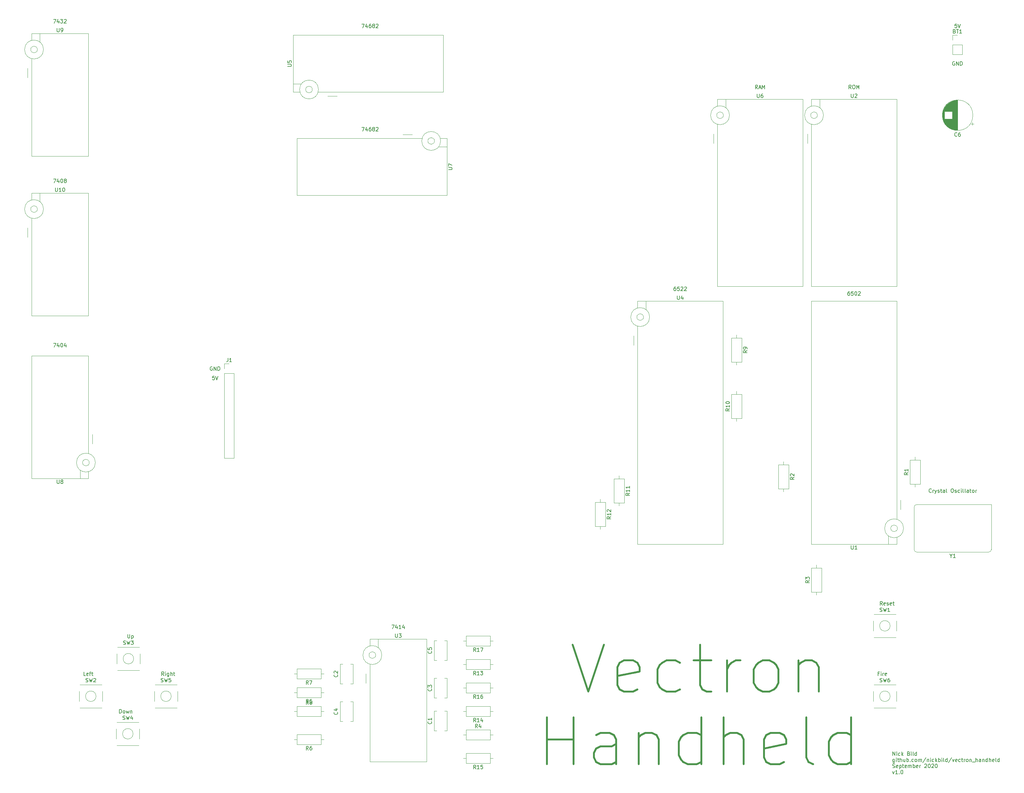
<source format=gbr>
G04 #@! TF.GenerationSoftware,KiCad,Pcbnew,(5.1.5-0)*
G04 #@! TF.CreationDate,2020-09-26T19:30:37-04:00*
G04 #@! TF.ProjectId,vectron_handheld_pcb,76656374-726f-46e5-9f68-616e6468656c,rev?*
G04 #@! TF.SameCoordinates,Original*
G04 #@! TF.FileFunction,Legend,Top*
G04 #@! TF.FilePolarity,Positive*
%FSLAX46Y46*%
G04 Gerber Fmt 4.6, Leading zero omitted, Abs format (unit mm)*
G04 Created by KiCad (PCBNEW (5.1.5-0)) date 2020-09-26 19:30:37*
%MOMM*%
%LPD*%
G04 APERTURE LIST*
%ADD10C,0.150000*%
%ADD11C,0.531000*%
%ADD12C,0.120000*%
G04 APERTURE END LIST*
D10*
X221488095Y-770000D02*
X221392857Y-722380D01*
X221250000Y-722380D01*
X221107142Y-770000D01*
X221011904Y-865238D01*
X220964285Y-960476D01*
X220916666Y-1150952D01*
X220916666Y-1293809D01*
X220964285Y-1484285D01*
X221011904Y-1579523D01*
X221107142Y-1674761D01*
X221250000Y-1722380D01*
X221345238Y-1722380D01*
X221488095Y-1674761D01*
X221535714Y-1627142D01*
X221535714Y-1293809D01*
X221345238Y-1293809D01*
X221964285Y-1722380D02*
X221964285Y-722380D01*
X222535714Y-1722380D01*
X222535714Y-722380D01*
X223011904Y-1722380D02*
X223011904Y-722380D01*
X223250000Y-722380D01*
X223392857Y-770000D01*
X223488095Y-865238D01*
X223535714Y-960476D01*
X223583333Y-1150952D01*
X223583333Y-1293809D01*
X223535714Y-1484285D01*
X223488095Y-1579523D01*
X223392857Y-1674761D01*
X223250000Y-1722380D01*
X223011904Y-1722380D01*
D11*
X118230952Y-158514738D02*
X122464285Y-171214738D01*
X126697619Y-158514738D01*
X135769047Y-170609976D02*
X134559523Y-171214738D01*
X132140476Y-171214738D01*
X130930952Y-170609976D01*
X130326190Y-169400452D01*
X130326190Y-164562357D01*
X130930952Y-163352833D01*
X132140476Y-162748071D01*
X134559523Y-162748071D01*
X135769047Y-163352833D01*
X136373809Y-164562357D01*
X136373809Y-165771880D01*
X130326190Y-166981404D01*
X147259523Y-170609976D02*
X146050000Y-171214738D01*
X143630952Y-171214738D01*
X142421428Y-170609976D01*
X141816666Y-170005214D01*
X141211904Y-168795690D01*
X141211904Y-165167119D01*
X141816666Y-163957595D01*
X142421428Y-163352833D01*
X143630952Y-162748071D01*
X146050000Y-162748071D01*
X147259523Y-163352833D01*
X150888095Y-162748071D02*
X155726190Y-162748071D01*
X152702380Y-158514738D02*
X152702380Y-169400452D01*
X153307142Y-170609976D01*
X154516666Y-171214738D01*
X155726190Y-171214738D01*
X159959523Y-171214738D02*
X159959523Y-162748071D01*
X159959523Y-165167119D02*
X160564285Y-163957595D01*
X161169047Y-163352833D01*
X162378571Y-162748071D01*
X163588095Y-162748071D01*
X169635714Y-171214738D02*
X168426190Y-170609976D01*
X167821428Y-170005214D01*
X167216666Y-168795690D01*
X167216666Y-165167119D01*
X167821428Y-163957595D01*
X168426190Y-163352833D01*
X169635714Y-162748071D01*
X171450000Y-162748071D01*
X172659523Y-163352833D01*
X173264285Y-163957595D01*
X173869047Y-165167119D01*
X173869047Y-168795690D01*
X173264285Y-170005214D01*
X172659523Y-170609976D01*
X171450000Y-171214738D01*
X169635714Y-171214738D01*
X179311904Y-162748071D02*
X179311904Y-171214738D01*
X179311904Y-163957595D02*
X179916666Y-163352833D01*
X181126190Y-162748071D01*
X182940476Y-162748071D01*
X184150000Y-163352833D01*
X184754761Y-164562357D01*
X184754761Y-171214738D01*
X111276190Y-190795738D02*
X111276190Y-178095738D01*
X111276190Y-184143357D02*
X118533333Y-184143357D01*
X118533333Y-190795738D02*
X118533333Y-178095738D01*
X130023809Y-190795738D02*
X130023809Y-184143357D01*
X129419047Y-182933833D01*
X128209523Y-182329071D01*
X125790476Y-182329071D01*
X124580952Y-182933833D01*
X130023809Y-190190976D02*
X128814285Y-190795738D01*
X125790476Y-190795738D01*
X124580952Y-190190976D01*
X123976190Y-188981452D01*
X123976190Y-187771928D01*
X124580952Y-186562404D01*
X125790476Y-185957642D01*
X128814285Y-185957642D01*
X130023809Y-185352880D01*
X136071428Y-182329071D02*
X136071428Y-190795738D01*
X136071428Y-183538595D02*
X136676190Y-182933833D01*
X137885714Y-182329071D01*
X139700000Y-182329071D01*
X140909523Y-182933833D01*
X141514285Y-184143357D01*
X141514285Y-190795738D01*
X153004761Y-190795738D02*
X153004761Y-178095738D01*
X153004761Y-190190976D02*
X151795238Y-190795738D01*
X149376190Y-190795738D01*
X148166666Y-190190976D01*
X147561904Y-189586214D01*
X146957142Y-188376690D01*
X146957142Y-184748119D01*
X147561904Y-183538595D01*
X148166666Y-182933833D01*
X149376190Y-182329071D01*
X151795238Y-182329071D01*
X153004761Y-182933833D01*
X159052380Y-190795738D02*
X159052380Y-178095738D01*
X164495238Y-190795738D02*
X164495238Y-184143357D01*
X163890476Y-182933833D01*
X162680952Y-182329071D01*
X160866666Y-182329071D01*
X159657142Y-182933833D01*
X159052380Y-183538595D01*
X175380952Y-190190976D02*
X174171428Y-190795738D01*
X171752380Y-190795738D01*
X170542857Y-190190976D01*
X169938095Y-188981452D01*
X169938095Y-184143357D01*
X170542857Y-182933833D01*
X171752380Y-182329071D01*
X174171428Y-182329071D01*
X175380952Y-182933833D01*
X175985714Y-184143357D01*
X175985714Y-185352880D01*
X169938095Y-186562404D01*
X183242857Y-190795738D02*
X182033333Y-190190976D01*
X181428571Y-188981452D01*
X181428571Y-178095738D01*
X193523809Y-190795738D02*
X193523809Y-178095738D01*
X193523809Y-190190976D02*
X192314285Y-190795738D01*
X189895238Y-190795738D01*
X188685714Y-190190976D01*
X188080952Y-189586214D01*
X187476190Y-188376690D01*
X187476190Y-184748119D01*
X188080952Y-183538595D01*
X188685714Y-182933833D01*
X189895238Y-182329071D01*
X192314285Y-182329071D01*
X193523809Y-182933833D01*
D10*
X222059523Y9437619D02*
X221583333Y9437619D01*
X221535714Y8961428D01*
X221583333Y9009047D01*
X221678571Y9056666D01*
X221916666Y9056666D01*
X222011904Y9009047D01*
X222059523Y8961428D01*
X222107142Y8866190D01*
X222107142Y8628095D01*
X222059523Y8532857D01*
X222011904Y8485238D01*
X221916666Y8437619D01*
X221678571Y8437619D01*
X221583333Y8485238D01*
X221535714Y8532857D01*
X222392857Y9437619D02*
X222726190Y8437619D01*
X223059523Y9437619D01*
X204805595Y-188477380D02*
X204805595Y-187477380D01*
X205377023Y-188477380D01*
X205377023Y-187477380D01*
X205853214Y-188477380D02*
X205853214Y-187810714D01*
X205853214Y-187477380D02*
X205805595Y-187525000D01*
X205853214Y-187572619D01*
X205900833Y-187525000D01*
X205853214Y-187477380D01*
X205853214Y-187572619D01*
X206757976Y-188429761D02*
X206662738Y-188477380D01*
X206472261Y-188477380D01*
X206377023Y-188429761D01*
X206329404Y-188382142D01*
X206281785Y-188286904D01*
X206281785Y-188001190D01*
X206329404Y-187905952D01*
X206377023Y-187858333D01*
X206472261Y-187810714D01*
X206662738Y-187810714D01*
X206757976Y-187858333D01*
X207186547Y-188477380D02*
X207186547Y-187477380D01*
X207281785Y-188096428D02*
X207567500Y-188477380D01*
X207567500Y-187810714D02*
X207186547Y-188191666D01*
X209091309Y-187953571D02*
X209234166Y-188001190D01*
X209281785Y-188048809D01*
X209329404Y-188144047D01*
X209329404Y-188286904D01*
X209281785Y-188382142D01*
X209234166Y-188429761D01*
X209138928Y-188477380D01*
X208757976Y-188477380D01*
X208757976Y-187477380D01*
X209091309Y-187477380D01*
X209186547Y-187525000D01*
X209234166Y-187572619D01*
X209281785Y-187667857D01*
X209281785Y-187763095D01*
X209234166Y-187858333D01*
X209186547Y-187905952D01*
X209091309Y-187953571D01*
X208757976Y-187953571D01*
X209757976Y-188477380D02*
X209757976Y-187810714D01*
X209757976Y-187477380D02*
X209710357Y-187525000D01*
X209757976Y-187572619D01*
X209805595Y-187525000D01*
X209757976Y-187477380D01*
X209757976Y-187572619D01*
X210377023Y-188477380D02*
X210281785Y-188429761D01*
X210234166Y-188334523D01*
X210234166Y-187477380D01*
X211186547Y-188477380D02*
X211186547Y-187477380D01*
X211186547Y-188429761D02*
X211091309Y-188477380D01*
X210900833Y-188477380D01*
X210805595Y-188429761D01*
X210757976Y-188382142D01*
X210710357Y-188286904D01*
X210710357Y-188001190D01*
X210757976Y-187905952D01*
X210805595Y-187858333D01*
X210900833Y-187810714D01*
X211091309Y-187810714D01*
X211186547Y-187858333D01*
X205234166Y-189460714D02*
X205234166Y-190270238D01*
X205186547Y-190365476D01*
X205138928Y-190413095D01*
X205043690Y-190460714D01*
X204900833Y-190460714D01*
X204805595Y-190413095D01*
X205234166Y-190079761D02*
X205138928Y-190127380D01*
X204948452Y-190127380D01*
X204853214Y-190079761D01*
X204805595Y-190032142D01*
X204757976Y-189936904D01*
X204757976Y-189651190D01*
X204805595Y-189555952D01*
X204853214Y-189508333D01*
X204948452Y-189460714D01*
X205138928Y-189460714D01*
X205234166Y-189508333D01*
X205710357Y-190127380D02*
X205710357Y-189460714D01*
X205710357Y-189127380D02*
X205662738Y-189175000D01*
X205710357Y-189222619D01*
X205757976Y-189175000D01*
X205710357Y-189127380D01*
X205710357Y-189222619D01*
X206043690Y-189460714D02*
X206424642Y-189460714D01*
X206186547Y-189127380D02*
X206186547Y-189984523D01*
X206234166Y-190079761D01*
X206329404Y-190127380D01*
X206424642Y-190127380D01*
X206757976Y-190127380D02*
X206757976Y-189127380D01*
X207186547Y-190127380D02*
X207186547Y-189603571D01*
X207138928Y-189508333D01*
X207043690Y-189460714D01*
X206900833Y-189460714D01*
X206805595Y-189508333D01*
X206757976Y-189555952D01*
X208091309Y-189460714D02*
X208091309Y-190127380D01*
X207662738Y-189460714D02*
X207662738Y-189984523D01*
X207710357Y-190079761D01*
X207805595Y-190127380D01*
X207948452Y-190127380D01*
X208043690Y-190079761D01*
X208091309Y-190032142D01*
X208567500Y-190127380D02*
X208567500Y-189127380D01*
X208567500Y-189508333D02*
X208662738Y-189460714D01*
X208853214Y-189460714D01*
X208948452Y-189508333D01*
X208996071Y-189555952D01*
X209043690Y-189651190D01*
X209043690Y-189936904D01*
X208996071Y-190032142D01*
X208948452Y-190079761D01*
X208853214Y-190127380D01*
X208662738Y-190127380D01*
X208567500Y-190079761D01*
X209472261Y-190032142D02*
X209519880Y-190079761D01*
X209472261Y-190127380D01*
X209424642Y-190079761D01*
X209472261Y-190032142D01*
X209472261Y-190127380D01*
X210377023Y-190079761D02*
X210281785Y-190127380D01*
X210091309Y-190127380D01*
X209996071Y-190079761D01*
X209948452Y-190032142D01*
X209900833Y-189936904D01*
X209900833Y-189651190D01*
X209948452Y-189555952D01*
X209996071Y-189508333D01*
X210091309Y-189460714D01*
X210281785Y-189460714D01*
X210377023Y-189508333D01*
X210948452Y-190127380D02*
X210853214Y-190079761D01*
X210805595Y-190032142D01*
X210757976Y-189936904D01*
X210757976Y-189651190D01*
X210805595Y-189555952D01*
X210853214Y-189508333D01*
X210948452Y-189460714D01*
X211091309Y-189460714D01*
X211186547Y-189508333D01*
X211234166Y-189555952D01*
X211281785Y-189651190D01*
X211281785Y-189936904D01*
X211234166Y-190032142D01*
X211186547Y-190079761D01*
X211091309Y-190127380D01*
X210948452Y-190127380D01*
X211710357Y-190127380D02*
X211710357Y-189460714D01*
X211710357Y-189555952D02*
X211757976Y-189508333D01*
X211853214Y-189460714D01*
X211996071Y-189460714D01*
X212091309Y-189508333D01*
X212138928Y-189603571D01*
X212138928Y-190127380D01*
X212138928Y-189603571D02*
X212186547Y-189508333D01*
X212281785Y-189460714D01*
X212424642Y-189460714D01*
X212519880Y-189508333D01*
X212567500Y-189603571D01*
X212567500Y-190127380D01*
X213757976Y-189079761D02*
X212900833Y-190365476D01*
X214091309Y-189460714D02*
X214091309Y-190127380D01*
X214091309Y-189555952D02*
X214138928Y-189508333D01*
X214234166Y-189460714D01*
X214377023Y-189460714D01*
X214472261Y-189508333D01*
X214519880Y-189603571D01*
X214519880Y-190127380D01*
X214996071Y-190127380D02*
X214996071Y-189460714D01*
X214996071Y-189127380D02*
X214948452Y-189175000D01*
X214996071Y-189222619D01*
X215043690Y-189175000D01*
X214996071Y-189127380D01*
X214996071Y-189222619D01*
X215900833Y-190079761D02*
X215805595Y-190127380D01*
X215615119Y-190127380D01*
X215519880Y-190079761D01*
X215472261Y-190032142D01*
X215424642Y-189936904D01*
X215424642Y-189651190D01*
X215472261Y-189555952D01*
X215519880Y-189508333D01*
X215615119Y-189460714D01*
X215805595Y-189460714D01*
X215900833Y-189508333D01*
X216329404Y-190127380D02*
X216329404Y-189127380D01*
X216424642Y-189746428D02*
X216710357Y-190127380D01*
X216710357Y-189460714D02*
X216329404Y-189841666D01*
X217138928Y-190127380D02*
X217138928Y-189127380D01*
X217138928Y-189508333D02*
X217234166Y-189460714D01*
X217424642Y-189460714D01*
X217519880Y-189508333D01*
X217567500Y-189555952D01*
X217615119Y-189651190D01*
X217615119Y-189936904D01*
X217567500Y-190032142D01*
X217519880Y-190079761D01*
X217424642Y-190127380D01*
X217234166Y-190127380D01*
X217138928Y-190079761D01*
X218043690Y-190127380D02*
X218043690Y-189460714D01*
X218043690Y-189127380D02*
X217996071Y-189175000D01*
X218043690Y-189222619D01*
X218091309Y-189175000D01*
X218043690Y-189127380D01*
X218043690Y-189222619D01*
X218662738Y-190127380D02*
X218567500Y-190079761D01*
X218519880Y-189984523D01*
X218519880Y-189127380D01*
X219472261Y-190127380D02*
X219472261Y-189127380D01*
X219472261Y-190079761D02*
X219377023Y-190127380D01*
X219186547Y-190127380D01*
X219091309Y-190079761D01*
X219043690Y-190032142D01*
X218996071Y-189936904D01*
X218996071Y-189651190D01*
X219043690Y-189555952D01*
X219091309Y-189508333D01*
X219186547Y-189460714D01*
X219377023Y-189460714D01*
X219472261Y-189508333D01*
X220662738Y-189079761D02*
X219805595Y-190365476D01*
X220900833Y-189460714D02*
X221138928Y-190127380D01*
X221377023Y-189460714D01*
X222138928Y-190079761D02*
X222043690Y-190127380D01*
X221853214Y-190127380D01*
X221757976Y-190079761D01*
X221710357Y-189984523D01*
X221710357Y-189603571D01*
X221757976Y-189508333D01*
X221853214Y-189460714D01*
X222043690Y-189460714D01*
X222138928Y-189508333D01*
X222186547Y-189603571D01*
X222186547Y-189698809D01*
X221710357Y-189794047D01*
X223043690Y-190079761D02*
X222948452Y-190127380D01*
X222757976Y-190127380D01*
X222662738Y-190079761D01*
X222615119Y-190032142D01*
X222567500Y-189936904D01*
X222567500Y-189651190D01*
X222615119Y-189555952D01*
X222662738Y-189508333D01*
X222757976Y-189460714D01*
X222948452Y-189460714D01*
X223043690Y-189508333D01*
X223329404Y-189460714D02*
X223710357Y-189460714D01*
X223472261Y-189127380D02*
X223472261Y-189984523D01*
X223519880Y-190079761D01*
X223615119Y-190127380D01*
X223710357Y-190127380D01*
X224043690Y-190127380D02*
X224043690Y-189460714D01*
X224043690Y-189651190D02*
X224091309Y-189555952D01*
X224138928Y-189508333D01*
X224234166Y-189460714D01*
X224329404Y-189460714D01*
X224805595Y-190127380D02*
X224710357Y-190079761D01*
X224662738Y-190032142D01*
X224615119Y-189936904D01*
X224615119Y-189651190D01*
X224662738Y-189555952D01*
X224710357Y-189508333D01*
X224805595Y-189460714D01*
X224948452Y-189460714D01*
X225043690Y-189508333D01*
X225091309Y-189555952D01*
X225138928Y-189651190D01*
X225138928Y-189936904D01*
X225091309Y-190032142D01*
X225043690Y-190079761D01*
X224948452Y-190127380D01*
X224805595Y-190127380D01*
X225567500Y-189460714D02*
X225567500Y-190127380D01*
X225567500Y-189555952D02*
X225615119Y-189508333D01*
X225710357Y-189460714D01*
X225853214Y-189460714D01*
X225948452Y-189508333D01*
X225996071Y-189603571D01*
X225996071Y-190127380D01*
X226234166Y-190222619D02*
X226996071Y-190222619D01*
X227234166Y-190127380D02*
X227234166Y-189127380D01*
X227662738Y-190127380D02*
X227662738Y-189603571D01*
X227615119Y-189508333D01*
X227519880Y-189460714D01*
X227377023Y-189460714D01*
X227281785Y-189508333D01*
X227234166Y-189555952D01*
X228567500Y-190127380D02*
X228567500Y-189603571D01*
X228519880Y-189508333D01*
X228424642Y-189460714D01*
X228234166Y-189460714D01*
X228138928Y-189508333D01*
X228567500Y-190079761D02*
X228472261Y-190127380D01*
X228234166Y-190127380D01*
X228138928Y-190079761D01*
X228091309Y-189984523D01*
X228091309Y-189889285D01*
X228138928Y-189794047D01*
X228234166Y-189746428D01*
X228472261Y-189746428D01*
X228567500Y-189698809D01*
X229043690Y-189460714D02*
X229043690Y-190127380D01*
X229043690Y-189555952D02*
X229091309Y-189508333D01*
X229186547Y-189460714D01*
X229329404Y-189460714D01*
X229424642Y-189508333D01*
X229472261Y-189603571D01*
X229472261Y-190127380D01*
X230377023Y-190127380D02*
X230377023Y-189127380D01*
X230377023Y-190079761D02*
X230281785Y-190127380D01*
X230091309Y-190127380D01*
X229996071Y-190079761D01*
X229948452Y-190032142D01*
X229900833Y-189936904D01*
X229900833Y-189651190D01*
X229948452Y-189555952D01*
X229996071Y-189508333D01*
X230091309Y-189460714D01*
X230281785Y-189460714D01*
X230377023Y-189508333D01*
X230853214Y-190127380D02*
X230853214Y-189127380D01*
X231281785Y-190127380D02*
X231281785Y-189603571D01*
X231234166Y-189508333D01*
X231138928Y-189460714D01*
X230996071Y-189460714D01*
X230900833Y-189508333D01*
X230853214Y-189555952D01*
X232138928Y-190079761D02*
X232043690Y-190127380D01*
X231853214Y-190127380D01*
X231757976Y-190079761D01*
X231710357Y-189984523D01*
X231710357Y-189603571D01*
X231757976Y-189508333D01*
X231853214Y-189460714D01*
X232043690Y-189460714D01*
X232138928Y-189508333D01*
X232186547Y-189603571D01*
X232186547Y-189698809D01*
X231710357Y-189794047D01*
X232757976Y-190127380D02*
X232662738Y-190079761D01*
X232615119Y-189984523D01*
X232615119Y-189127380D01*
X233567500Y-190127380D02*
X233567500Y-189127380D01*
X233567500Y-190079761D02*
X233472261Y-190127380D01*
X233281785Y-190127380D01*
X233186547Y-190079761D01*
X233138928Y-190032142D01*
X233091309Y-189936904D01*
X233091309Y-189651190D01*
X233138928Y-189555952D01*
X233186547Y-189508333D01*
X233281785Y-189460714D01*
X233472261Y-189460714D01*
X233567500Y-189508333D01*
X204757976Y-191729761D02*
X204900833Y-191777380D01*
X205138928Y-191777380D01*
X205234166Y-191729761D01*
X205281785Y-191682142D01*
X205329404Y-191586904D01*
X205329404Y-191491666D01*
X205281785Y-191396428D01*
X205234166Y-191348809D01*
X205138928Y-191301190D01*
X204948452Y-191253571D01*
X204853214Y-191205952D01*
X204805595Y-191158333D01*
X204757976Y-191063095D01*
X204757976Y-190967857D01*
X204805595Y-190872619D01*
X204853214Y-190825000D01*
X204948452Y-190777380D01*
X205186547Y-190777380D01*
X205329404Y-190825000D01*
X206138928Y-191729761D02*
X206043690Y-191777380D01*
X205853214Y-191777380D01*
X205757976Y-191729761D01*
X205710357Y-191634523D01*
X205710357Y-191253571D01*
X205757976Y-191158333D01*
X205853214Y-191110714D01*
X206043690Y-191110714D01*
X206138928Y-191158333D01*
X206186547Y-191253571D01*
X206186547Y-191348809D01*
X205710357Y-191444047D01*
X206615119Y-191110714D02*
X206615119Y-192110714D01*
X206615119Y-191158333D02*
X206710357Y-191110714D01*
X206900833Y-191110714D01*
X206996071Y-191158333D01*
X207043690Y-191205952D01*
X207091309Y-191301190D01*
X207091309Y-191586904D01*
X207043690Y-191682142D01*
X206996071Y-191729761D01*
X206900833Y-191777380D01*
X206710357Y-191777380D01*
X206615119Y-191729761D01*
X207377023Y-191110714D02*
X207757976Y-191110714D01*
X207519880Y-190777380D02*
X207519880Y-191634523D01*
X207567500Y-191729761D01*
X207662738Y-191777380D01*
X207757976Y-191777380D01*
X208472261Y-191729761D02*
X208377023Y-191777380D01*
X208186547Y-191777380D01*
X208091309Y-191729761D01*
X208043690Y-191634523D01*
X208043690Y-191253571D01*
X208091309Y-191158333D01*
X208186547Y-191110714D01*
X208377023Y-191110714D01*
X208472261Y-191158333D01*
X208519880Y-191253571D01*
X208519880Y-191348809D01*
X208043690Y-191444047D01*
X208948452Y-191777380D02*
X208948452Y-191110714D01*
X208948452Y-191205952D02*
X208996071Y-191158333D01*
X209091309Y-191110714D01*
X209234166Y-191110714D01*
X209329404Y-191158333D01*
X209377023Y-191253571D01*
X209377023Y-191777380D01*
X209377023Y-191253571D02*
X209424642Y-191158333D01*
X209519880Y-191110714D01*
X209662738Y-191110714D01*
X209757976Y-191158333D01*
X209805595Y-191253571D01*
X209805595Y-191777380D01*
X210281785Y-191777380D02*
X210281785Y-190777380D01*
X210281785Y-191158333D02*
X210377023Y-191110714D01*
X210567500Y-191110714D01*
X210662738Y-191158333D01*
X210710357Y-191205952D01*
X210757976Y-191301190D01*
X210757976Y-191586904D01*
X210710357Y-191682142D01*
X210662738Y-191729761D01*
X210567500Y-191777380D01*
X210377023Y-191777380D01*
X210281785Y-191729761D01*
X211567500Y-191729761D02*
X211472261Y-191777380D01*
X211281785Y-191777380D01*
X211186547Y-191729761D01*
X211138928Y-191634523D01*
X211138928Y-191253571D01*
X211186547Y-191158333D01*
X211281785Y-191110714D01*
X211472261Y-191110714D01*
X211567500Y-191158333D01*
X211615119Y-191253571D01*
X211615119Y-191348809D01*
X211138928Y-191444047D01*
X212043690Y-191777380D02*
X212043690Y-191110714D01*
X212043690Y-191301190D02*
X212091309Y-191205952D01*
X212138928Y-191158333D01*
X212234166Y-191110714D01*
X212329404Y-191110714D01*
X213377023Y-190872619D02*
X213424642Y-190825000D01*
X213519880Y-190777380D01*
X213757976Y-190777380D01*
X213853214Y-190825000D01*
X213900833Y-190872619D01*
X213948452Y-190967857D01*
X213948452Y-191063095D01*
X213900833Y-191205952D01*
X213329404Y-191777380D01*
X213948452Y-191777380D01*
X214567500Y-190777380D02*
X214662738Y-190777380D01*
X214757976Y-190825000D01*
X214805595Y-190872619D01*
X214853214Y-190967857D01*
X214900833Y-191158333D01*
X214900833Y-191396428D01*
X214853214Y-191586904D01*
X214805595Y-191682142D01*
X214757976Y-191729761D01*
X214662738Y-191777380D01*
X214567500Y-191777380D01*
X214472261Y-191729761D01*
X214424642Y-191682142D01*
X214377023Y-191586904D01*
X214329404Y-191396428D01*
X214329404Y-191158333D01*
X214377023Y-190967857D01*
X214424642Y-190872619D01*
X214472261Y-190825000D01*
X214567500Y-190777380D01*
X215281785Y-190872619D02*
X215329404Y-190825000D01*
X215424642Y-190777380D01*
X215662738Y-190777380D01*
X215757976Y-190825000D01*
X215805595Y-190872619D01*
X215853214Y-190967857D01*
X215853214Y-191063095D01*
X215805595Y-191205952D01*
X215234166Y-191777380D01*
X215853214Y-191777380D01*
X216472261Y-190777380D02*
X216567500Y-190777380D01*
X216662738Y-190825000D01*
X216710357Y-190872619D01*
X216757976Y-190967857D01*
X216805595Y-191158333D01*
X216805595Y-191396428D01*
X216757976Y-191586904D01*
X216710357Y-191682142D01*
X216662738Y-191729761D01*
X216567500Y-191777380D01*
X216472261Y-191777380D01*
X216377023Y-191729761D01*
X216329404Y-191682142D01*
X216281785Y-191586904D01*
X216234166Y-191396428D01*
X216234166Y-191158333D01*
X216281785Y-190967857D01*
X216329404Y-190872619D01*
X216377023Y-190825000D01*
X216472261Y-190777380D01*
X204710357Y-192760714D02*
X204948452Y-193427380D01*
X205186547Y-192760714D01*
X206091309Y-193427380D02*
X205519880Y-193427380D01*
X205805595Y-193427380D02*
X205805595Y-192427380D01*
X205710357Y-192570238D01*
X205615119Y-192665476D01*
X205519880Y-192713095D01*
X206519880Y-193332142D02*
X206567500Y-193379761D01*
X206519880Y-193427380D01*
X206472261Y-193379761D01*
X206519880Y-193332142D01*
X206519880Y-193427380D01*
X207186547Y-192427380D02*
X207281785Y-192427380D01*
X207377023Y-192475000D01*
X207424642Y-192522619D01*
X207472261Y-192617857D01*
X207519880Y-192808333D01*
X207519880Y-193046428D01*
X207472261Y-193236904D01*
X207424642Y-193332142D01*
X207377023Y-193379761D01*
X207281785Y-193427380D01*
X207186547Y-193427380D01*
X207091309Y-193379761D01*
X207043690Y-193332142D01*
X206996071Y-193236904D01*
X206948452Y-193046428D01*
X206948452Y-192808333D01*
X206996071Y-192617857D01*
X207043690Y-192522619D01*
X207091309Y-192475000D01*
X207186547Y-192427380D01*
X201961904Y-147772380D02*
X201628571Y-147296190D01*
X201390476Y-147772380D02*
X201390476Y-146772380D01*
X201771428Y-146772380D01*
X201866666Y-146820000D01*
X201914285Y-146867619D01*
X201961904Y-146962857D01*
X201961904Y-147105714D01*
X201914285Y-147200952D01*
X201866666Y-147248571D01*
X201771428Y-147296190D01*
X201390476Y-147296190D01*
X202771428Y-147724761D02*
X202676190Y-147772380D01*
X202485714Y-147772380D01*
X202390476Y-147724761D01*
X202342857Y-147629523D01*
X202342857Y-147248571D01*
X202390476Y-147153333D01*
X202485714Y-147105714D01*
X202676190Y-147105714D01*
X202771428Y-147153333D01*
X202819047Y-147248571D01*
X202819047Y-147343809D01*
X202342857Y-147439047D01*
X203200000Y-147724761D02*
X203295238Y-147772380D01*
X203485714Y-147772380D01*
X203580952Y-147724761D01*
X203628571Y-147629523D01*
X203628571Y-147581904D01*
X203580952Y-147486666D01*
X203485714Y-147439047D01*
X203342857Y-147439047D01*
X203247619Y-147391428D01*
X203200000Y-147296190D01*
X203200000Y-147248571D01*
X203247619Y-147153333D01*
X203342857Y-147105714D01*
X203485714Y-147105714D01*
X203580952Y-147153333D01*
X204438095Y-147724761D02*
X204342857Y-147772380D01*
X204152380Y-147772380D01*
X204057142Y-147724761D01*
X204009523Y-147629523D01*
X204009523Y-147248571D01*
X204057142Y-147153333D01*
X204152380Y-147105714D01*
X204342857Y-147105714D01*
X204438095Y-147153333D01*
X204485714Y-147248571D01*
X204485714Y-147343809D01*
X204009523Y-147439047D01*
X204771428Y-147105714D02*
X205152380Y-147105714D01*
X204914285Y-146772380D02*
X204914285Y-147629523D01*
X204961904Y-147724761D01*
X205057142Y-147772380D01*
X205152380Y-147772380D01*
X201096666Y-166298571D02*
X200763333Y-166298571D01*
X200763333Y-166822380D02*
X200763333Y-165822380D01*
X201239523Y-165822380D01*
X201620476Y-166822380D02*
X201620476Y-166155714D01*
X201620476Y-165822380D02*
X201572857Y-165870000D01*
X201620476Y-165917619D01*
X201668095Y-165870000D01*
X201620476Y-165822380D01*
X201620476Y-165917619D01*
X202096666Y-166822380D02*
X202096666Y-166155714D01*
X202096666Y-166346190D02*
X202144285Y-166250952D01*
X202191904Y-166203333D01*
X202287142Y-166155714D01*
X202382380Y-166155714D01*
X203096666Y-166774761D02*
X203001428Y-166822380D01*
X202810952Y-166822380D01*
X202715714Y-166774761D01*
X202668095Y-166679523D01*
X202668095Y-166298571D01*
X202715714Y-166203333D01*
X202810952Y-166155714D01*
X203001428Y-166155714D01*
X203096666Y-166203333D01*
X203144285Y-166298571D01*
X203144285Y-166393809D01*
X202668095Y-166489047D01*
X215194285Y-117197142D02*
X215146666Y-117244761D01*
X215003809Y-117292380D01*
X214908571Y-117292380D01*
X214765714Y-117244761D01*
X214670476Y-117149523D01*
X214622857Y-117054285D01*
X214575238Y-116863809D01*
X214575238Y-116720952D01*
X214622857Y-116530476D01*
X214670476Y-116435238D01*
X214765714Y-116340000D01*
X214908571Y-116292380D01*
X215003809Y-116292380D01*
X215146666Y-116340000D01*
X215194285Y-116387619D01*
X215622857Y-117292380D02*
X215622857Y-116625714D01*
X215622857Y-116816190D02*
X215670476Y-116720952D01*
X215718095Y-116673333D01*
X215813333Y-116625714D01*
X215908571Y-116625714D01*
X216146666Y-116625714D02*
X216384761Y-117292380D01*
X216622857Y-116625714D02*
X216384761Y-117292380D01*
X216289523Y-117530476D01*
X216241904Y-117578095D01*
X216146666Y-117625714D01*
X216956190Y-117244761D02*
X217051428Y-117292380D01*
X217241904Y-117292380D01*
X217337142Y-117244761D01*
X217384761Y-117149523D01*
X217384761Y-117101904D01*
X217337142Y-117006666D01*
X217241904Y-116959047D01*
X217099047Y-116959047D01*
X217003809Y-116911428D01*
X216956190Y-116816190D01*
X216956190Y-116768571D01*
X217003809Y-116673333D01*
X217099047Y-116625714D01*
X217241904Y-116625714D01*
X217337142Y-116673333D01*
X217670476Y-116625714D02*
X218051428Y-116625714D01*
X217813333Y-116292380D02*
X217813333Y-117149523D01*
X217860952Y-117244761D01*
X217956190Y-117292380D01*
X218051428Y-117292380D01*
X218813333Y-117292380D02*
X218813333Y-116768571D01*
X218765714Y-116673333D01*
X218670476Y-116625714D01*
X218480000Y-116625714D01*
X218384761Y-116673333D01*
X218813333Y-117244761D02*
X218718095Y-117292380D01*
X218480000Y-117292380D01*
X218384761Y-117244761D01*
X218337142Y-117149523D01*
X218337142Y-117054285D01*
X218384761Y-116959047D01*
X218480000Y-116911428D01*
X218718095Y-116911428D01*
X218813333Y-116863809D01*
X219432380Y-117292380D02*
X219337142Y-117244761D01*
X219289523Y-117149523D01*
X219289523Y-116292380D01*
X220765714Y-116292380D02*
X220956190Y-116292380D01*
X221051428Y-116340000D01*
X221146666Y-116435238D01*
X221194285Y-116625714D01*
X221194285Y-116959047D01*
X221146666Y-117149523D01*
X221051428Y-117244761D01*
X220956190Y-117292380D01*
X220765714Y-117292380D01*
X220670476Y-117244761D01*
X220575238Y-117149523D01*
X220527619Y-116959047D01*
X220527619Y-116625714D01*
X220575238Y-116435238D01*
X220670476Y-116340000D01*
X220765714Y-116292380D01*
X221575238Y-117244761D02*
X221670476Y-117292380D01*
X221860952Y-117292380D01*
X221956190Y-117244761D01*
X222003809Y-117149523D01*
X222003809Y-117101904D01*
X221956190Y-117006666D01*
X221860952Y-116959047D01*
X221718095Y-116959047D01*
X221622857Y-116911428D01*
X221575238Y-116816190D01*
X221575238Y-116768571D01*
X221622857Y-116673333D01*
X221718095Y-116625714D01*
X221860952Y-116625714D01*
X221956190Y-116673333D01*
X222860952Y-117244761D02*
X222765714Y-117292380D01*
X222575238Y-117292380D01*
X222480000Y-117244761D01*
X222432380Y-117197142D01*
X222384761Y-117101904D01*
X222384761Y-116816190D01*
X222432380Y-116720952D01*
X222480000Y-116673333D01*
X222575238Y-116625714D01*
X222765714Y-116625714D01*
X222860952Y-116673333D01*
X223289523Y-117292380D02*
X223289523Y-116625714D01*
X223289523Y-116292380D02*
X223241904Y-116340000D01*
X223289523Y-116387619D01*
X223337142Y-116340000D01*
X223289523Y-116292380D01*
X223289523Y-116387619D01*
X223908571Y-117292380D02*
X223813333Y-117244761D01*
X223765714Y-117149523D01*
X223765714Y-116292380D01*
X224432380Y-117292380D02*
X224337142Y-117244761D01*
X224289523Y-117149523D01*
X224289523Y-116292380D01*
X225241904Y-117292380D02*
X225241904Y-116768571D01*
X225194285Y-116673333D01*
X225099047Y-116625714D01*
X224908571Y-116625714D01*
X224813333Y-116673333D01*
X225241904Y-117244761D02*
X225146666Y-117292380D01*
X224908571Y-117292380D01*
X224813333Y-117244761D01*
X224765714Y-117149523D01*
X224765714Y-117054285D01*
X224813333Y-116959047D01*
X224908571Y-116911428D01*
X225146666Y-116911428D01*
X225241904Y-116863809D01*
X225575238Y-116625714D02*
X225956190Y-116625714D01*
X225718095Y-116292380D02*
X225718095Y-117149523D01*
X225765714Y-117244761D01*
X225860952Y-117292380D01*
X225956190Y-117292380D01*
X226432380Y-117292380D02*
X226337142Y-117244761D01*
X226289523Y-117197142D01*
X226241904Y-117101904D01*
X226241904Y-116816190D01*
X226289523Y-116720952D01*
X226337142Y-116673333D01*
X226432380Y-116625714D01*
X226575238Y-116625714D01*
X226670476Y-116673333D01*
X226718095Y-116720952D01*
X226765714Y-116816190D01*
X226765714Y-117101904D01*
X226718095Y-117197142D01*
X226670476Y-117244761D01*
X226575238Y-117292380D01*
X226432380Y-117292380D01*
X227194285Y-117292380D02*
X227194285Y-116625714D01*
X227194285Y-116816190D02*
X227241904Y-116720952D01*
X227289523Y-116673333D01*
X227384761Y-116625714D01*
X227480000Y-116625714D01*
X193071904Y-62952380D02*
X192881428Y-62952380D01*
X192786190Y-63000000D01*
X192738571Y-63047619D01*
X192643333Y-63190476D01*
X192595714Y-63380952D01*
X192595714Y-63761904D01*
X192643333Y-63857142D01*
X192690952Y-63904761D01*
X192786190Y-63952380D01*
X192976666Y-63952380D01*
X193071904Y-63904761D01*
X193119523Y-63857142D01*
X193167142Y-63761904D01*
X193167142Y-63523809D01*
X193119523Y-63428571D01*
X193071904Y-63380952D01*
X192976666Y-63333333D01*
X192786190Y-63333333D01*
X192690952Y-63380952D01*
X192643333Y-63428571D01*
X192595714Y-63523809D01*
X194071904Y-62952380D02*
X193595714Y-62952380D01*
X193548095Y-63428571D01*
X193595714Y-63380952D01*
X193690952Y-63333333D01*
X193929047Y-63333333D01*
X194024285Y-63380952D01*
X194071904Y-63428571D01*
X194119523Y-63523809D01*
X194119523Y-63761904D01*
X194071904Y-63857142D01*
X194024285Y-63904761D01*
X193929047Y-63952380D01*
X193690952Y-63952380D01*
X193595714Y-63904761D01*
X193548095Y-63857142D01*
X194738571Y-62952380D02*
X194833809Y-62952380D01*
X194929047Y-63000000D01*
X194976666Y-63047619D01*
X195024285Y-63142857D01*
X195071904Y-63333333D01*
X195071904Y-63571428D01*
X195024285Y-63761904D01*
X194976666Y-63857142D01*
X194929047Y-63904761D01*
X194833809Y-63952380D01*
X194738571Y-63952380D01*
X194643333Y-63904761D01*
X194595714Y-63857142D01*
X194548095Y-63761904D01*
X194500476Y-63571428D01*
X194500476Y-63333333D01*
X194548095Y-63142857D01*
X194595714Y-63047619D01*
X194643333Y-63000000D01*
X194738571Y-62952380D01*
X195452857Y-63047619D02*
X195500476Y-63000000D01*
X195595714Y-62952380D01*
X195833809Y-62952380D01*
X195929047Y-63000000D01*
X195976666Y-63047619D01*
X196024285Y-63142857D01*
X196024285Y-63238095D01*
X195976666Y-63380952D01*
X195405238Y-63952380D01*
X196024285Y-63952380D01*
X193524285Y-8072380D02*
X193190952Y-7596190D01*
X192952857Y-8072380D02*
X192952857Y-7072380D01*
X193333809Y-7072380D01*
X193429047Y-7120000D01*
X193476666Y-7167619D01*
X193524285Y-7262857D01*
X193524285Y-7405714D01*
X193476666Y-7500952D01*
X193429047Y-7548571D01*
X193333809Y-7596190D01*
X192952857Y-7596190D01*
X194143333Y-7072380D02*
X194333809Y-7072380D01*
X194429047Y-7120000D01*
X194524285Y-7215238D01*
X194571904Y-7405714D01*
X194571904Y-7739047D01*
X194524285Y-7929523D01*
X194429047Y-8024761D01*
X194333809Y-8072380D01*
X194143333Y-8072380D01*
X194048095Y-8024761D01*
X193952857Y-7929523D01*
X193905238Y-7739047D01*
X193905238Y-7405714D01*
X193952857Y-7215238D01*
X194048095Y-7120000D01*
X194143333Y-7072380D01*
X195000476Y-8072380D02*
X195000476Y-7072380D01*
X195333809Y-7786666D01*
X195667142Y-7072380D01*
X195667142Y-8072380D01*
X168219523Y-8072380D02*
X167886190Y-7596190D01*
X167648095Y-8072380D02*
X167648095Y-7072380D01*
X168029047Y-7072380D01*
X168124285Y-7120000D01*
X168171904Y-7167619D01*
X168219523Y-7262857D01*
X168219523Y-7405714D01*
X168171904Y-7500952D01*
X168124285Y-7548571D01*
X168029047Y-7596190D01*
X167648095Y-7596190D01*
X168600476Y-7786666D02*
X169076666Y-7786666D01*
X168505238Y-8072380D02*
X168838571Y-7072380D01*
X169171904Y-8072380D01*
X169505238Y-8072380D02*
X169505238Y-7072380D01*
X169838571Y-7786666D01*
X170171904Y-7072380D01*
X170171904Y-8072380D01*
X146081904Y-61682380D02*
X145891428Y-61682380D01*
X145796190Y-61730000D01*
X145748571Y-61777619D01*
X145653333Y-61920476D01*
X145605714Y-62110952D01*
X145605714Y-62491904D01*
X145653333Y-62587142D01*
X145700952Y-62634761D01*
X145796190Y-62682380D01*
X145986666Y-62682380D01*
X146081904Y-62634761D01*
X146129523Y-62587142D01*
X146177142Y-62491904D01*
X146177142Y-62253809D01*
X146129523Y-62158571D01*
X146081904Y-62110952D01*
X145986666Y-62063333D01*
X145796190Y-62063333D01*
X145700952Y-62110952D01*
X145653333Y-62158571D01*
X145605714Y-62253809D01*
X147081904Y-61682380D02*
X146605714Y-61682380D01*
X146558095Y-62158571D01*
X146605714Y-62110952D01*
X146700952Y-62063333D01*
X146939047Y-62063333D01*
X147034285Y-62110952D01*
X147081904Y-62158571D01*
X147129523Y-62253809D01*
X147129523Y-62491904D01*
X147081904Y-62587142D01*
X147034285Y-62634761D01*
X146939047Y-62682380D01*
X146700952Y-62682380D01*
X146605714Y-62634761D01*
X146558095Y-62587142D01*
X147510476Y-61777619D02*
X147558095Y-61730000D01*
X147653333Y-61682380D01*
X147891428Y-61682380D01*
X147986666Y-61730000D01*
X148034285Y-61777619D01*
X148081904Y-61872857D01*
X148081904Y-61968095D01*
X148034285Y-62110952D01*
X147462857Y-62682380D01*
X148081904Y-62682380D01*
X148462857Y-61777619D02*
X148510476Y-61730000D01*
X148605714Y-61682380D01*
X148843809Y-61682380D01*
X148939047Y-61730000D01*
X148986666Y-61777619D01*
X149034285Y-61872857D01*
X149034285Y-61968095D01*
X148986666Y-62110952D01*
X148415238Y-62682380D01*
X149034285Y-62682380D01*
X21399523Y-85812380D02*
X20923333Y-85812380D01*
X20875714Y-86288571D01*
X20923333Y-86240952D01*
X21018571Y-86193333D01*
X21256666Y-86193333D01*
X21351904Y-86240952D01*
X21399523Y-86288571D01*
X21447142Y-86383809D01*
X21447142Y-86621904D01*
X21399523Y-86717142D01*
X21351904Y-86764761D01*
X21256666Y-86812380D01*
X21018571Y-86812380D01*
X20923333Y-86764761D01*
X20875714Y-86717142D01*
X21732857Y-85812380D02*
X22066190Y-86812380D01*
X22399523Y-85812380D01*
X20828095Y-83320000D02*
X20732857Y-83272380D01*
X20590000Y-83272380D01*
X20447142Y-83320000D01*
X20351904Y-83415238D01*
X20304285Y-83510476D01*
X20256666Y-83700952D01*
X20256666Y-83843809D01*
X20304285Y-84034285D01*
X20351904Y-84129523D01*
X20447142Y-84224761D01*
X20590000Y-84272380D01*
X20685238Y-84272380D01*
X20828095Y-84224761D01*
X20875714Y-84177142D01*
X20875714Y-83843809D01*
X20685238Y-83843809D01*
X21304285Y-84272380D02*
X21304285Y-83272380D01*
X21875714Y-84272380D01*
X21875714Y-83272380D01*
X22351904Y-84272380D02*
X22351904Y-83272380D01*
X22590000Y-83272380D01*
X22732857Y-83320000D01*
X22828095Y-83415238D01*
X22875714Y-83510476D01*
X22923333Y-83700952D01*
X22923333Y-83843809D01*
X22875714Y-84034285D01*
X22828095Y-84129523D01*
X22732857Y-84224761D01*
X22590000Y-84272380D01*
X22351904Y-84272380D01*
X61261904Y-18502380D02*
X61928571Y-18502380D01*
X61500000Y-19502380D01*
X62738095Y-18835714D02*
X62738095Y-19502380D01*
X62500000Y-18454761D02*
X62261904Y-19169047D01*
X62880952Y-19169047D01*
X63690476Y-18502380D02*
X63500000Y-18502380D01*
X63404761Y-18550000D01*
X63357142Y-18597619D01*
X63261904Y-18740476D01*
X63214285Y-18930952D01*
X63214285Y-19311904D01*
X63261904Y-19407142D01*
X63309523Y-19454761D01*
X63404761Y-19502380D01*
X63595238Y-19502380D01*
X63690476Y-19454761D01*
X63738095Y-19407142D01*
X63785714Y-19311904D01*
X63785714Y-19073809D01*
X63738095Y-18978571D01*
X63690476Y-18930952D01*
X63595238Y-18883333D01*
X63404761Y-18883333D01*
X63309523Y-18930952D01*
X63261904Y-18978571D01*
X63214285Y-19073809D01*
X64357142Y-18930952D02*
X64261904Y-18883333D01*
X64214285Y-18835714D01*
X64166666Y-18740476D01*
X64166666Y-18692857D01*
X64214285Y-18597619D01*
X64261904Y-18550000D01*
X64357142Y-18502380D01*
X64547619Y-18502380D01*
X64642857Y-18550000D01*
X64690476Y-18597619D01*
X64738095Y-18692857D01*
X64738095Y-18740476D01*
X64690476Y-18835714D01*
X64642857Y-18883333D01*
X64547619Y-18930952D01*
X64357142Y-18930952D01*
X64261904Y-18978571D01*
X64214285Y-19026190D01*
X64166666Y-19121428D01*
X64166666Y-19311904D01*
X64214285Y-19407142D01*
X64261904Y-19454761D01*
X64357142Y-19502380D01*
X64547619Y-19502380D01*
X64642857Y-19454761D01*
X64690476Y-19407142D01*
X64738095Y-19311904D01*
X64738095Y-19121428D01*
X64690476Y-19026190D01*
X64642857Y-18978571D01*
X64547619Y-18930952D01*
X65119047Y-18597619D02*
X65166666Y-18550000D01*
X65261904Y-18502380D01*
X65500000Y-18502380D01*
X65595238Y-18550000D01*
X65642857Y-18597619D01*
X65690476Y-18692857D01*
X65690476Y-18788095D01*
X65642857Y-18930952D01*
X65071428Y-19502380D01*
X65690476Y-19502380D01*
X61261904Y9437619D02*
X61928571Y9437619D01*
X61500000Y8437619D01*
X62738095Y9104285D02*
X62738095Y8437619D01*
X62500000Y9485238D02*
X62261904Y8770952D01*
X62880952Y8770952D01*
X63690476Y9437619D02*
X63500000Y9437619D01*
X63404761Y9390000D01*
X63357142Y9342380D01*
X63261904Y9199523D01*
X63214285Y9009047D01*
X63214285Y8628095D01*
X63261904Y8532857D01*
X63309523Y8485238D01*
X63404761Y8437619D01*
X63595238Y8437619D01*
X63690476Y8485238D01*
X63738095Y8532857D01*
X63785714Y8628095D01*
X63785714Y8866190D01*
X63738095Y8961428D01*
X63690476Y9009047D01*
X63595238Y9056666D01*
X63404761Y9056666D01*
X63309523Y9009047D01*
X63261904Y8961428D01*
X63214285Y8866190D01*
X64357142Y9009047D02*
X64261904Y9056666D01*
X64214285Y9104285D01*
X64166666Y9199523D01*
X64166666Y9247142D01*
X64214285Y9342380D01*
X64261904Y9390000D01*
X64357142Y9437619D01*
X64547619Y9437619D01*
X64642857Y9390000D01*
X64690476Y9342380D01*
X64738095Y9247142D01*
X64738095Y9199523D01*
X64690476Y9104285D01*
X64642857Y9056666D01*
X64547619Y9009047D01*
X64357142Y9009047D01*
X64261904Y8961428D01*
X64214285Y8913809D01*
X64166666Y8818571D01*
X64166666Y8628095D01*
X64214285Y8532857D01*
X64261904Y8485238D01*
X64357142Y8437619D01*
X64547619Y8437619D01*
X64642857Y8485238D01*
X64690476Y8532857D01*
X64738095Y8628095D01*
X64738095Y8818571D01*
X64690476Y8913809D01*
X64642857Y8961428D01*
X64547619Y9009047D01*
X65119047Y9342380D02*
X65166666Y9390000D01*
X65261904Y9437619D01*
X65500000Y9437619D01*
X65595238Y9390000D01*
X65642857Y9342380D01*
X65690476Y9247142D01*
X65690476Y9151904D01*
X65642857Y9009047D01*
X65071428Y8437619D01*
X65690476Y8437619D01*
X-22081904Y10707619D02*
X-21415238Y10707619D01*
X-21843809Y9707619D01*
X-20605714Y10374285D02*
X-20605714Y9707619D01*
X-20843809Y10755238D02*
X-21081904Y10040952D01*
X-20462857Y10040952D01*
X-20177142Y10707619D02*
X-19558095Y10707619D01*
X-19891428Y10326666D01*
X-19748571Y10326666D01*
X-19653333Y10279047D01*
X-19605714Y10231428D01*
X-19558095Y10136190D01*
X-19558095Y9898095D01*
X-19605714Y9802857D01*
X-19653333Y9755238D01*
X-19748571Y9707619D01*
X-20034285Y9707619D01*
X-20129523Y9755238D01*
X-20177142Y9802857D01*
X-19177142Y10612380D02*
X-19129523Y10660000D01*
X-19034285Y10707619D01*
X-18796190Y10707619D01*
X-18700952Y10660000D01*
X-18653333Y10612380D01*
X-18605714Y10517142D01*
X-18605714Y10421904D01*
X-18653333Y10279047D01*
X-19224761Y9707619D01*
X-18605714Y9707619D01*
X-22081904Y-32472380D02*
X-21415238Y-32472380D01*
X-21843809Y-33472380D01*
X-20605714Y-32805714D02*
X-20605714Y-33472380D01*
X-20843809Y-32424761D02*
X-21081904Y-33139047D01*
X-20462857Y-33139047D01*
X-19891428Y-32472380D02*
X-19796190Y-32472380D01*
X-19700952Y-32520000D01*
X-19653333Y-32567619D01*
X-19605714Y-32662857D01*
X-19558095Y-32853333D01*
X-19558095Y-33091428D01*
X-19605714Y-33281904D01*
X-19653333Y-33377142D01*
X-19700952Y-33424761D01*
X-19796190Y-33472380D01*
X-19891428Y-33472380D01*
X-19986666Y-33424761D01*
X-20034285Y-33377142D01*
X-20081904Y-33281904D01*
X-20129523Y-33091428D01*
X-20129523Y-32853333D01*
X-20081904Y-32662857D01*
X-20034285Y-32567619D01*
X-19986666Y-32520000D01*
X-19891428Y-32472380D01*
X-18986666Y-32900952D02*
X-19081904Y-32853333D01*
X-19129523Y-32805714D01*
X-19177142Y-32710476D01*
X-19177142Y-32662857D01*
X-19129523Y-32567619D01*
X-19081904Y-32520000D01*
X-18986666Y-32472380D01*
X-18796190Y-32472380D01*
X-18700952Y-32520000D01*
X-18653333Y-32567619D01*
X-18605714Y-32662857D01*
X-18605714Y-32710476D01*
X-18653333Y-32805714D01*
X-18700952Y-32853333D01*
X-18796190Y-32900952D01*
X-18986666Y-32900952D01*
X-19081904Y-32948571D01*
X-19129523Y-32996190D01*
X-19177142Y-33091428D01*
X-19177142Y-33281904D01*
X-19129523Y-33377142D01*
X-19081904Y-33424761D01*
X-18986666Y-33472380D01*
X-18796190Y-33472380D01*
X-18700952Y-33424761D01*
X-18653333Y-33377142D01*
X-18605714Y-33281904D01*
X-18605714Y-33091428D01*
X-18653333Y-32996190D01*
X-18700952Y-32948571D01*
X-18796190Y-32900952D01*
X-22081904Y-76922380D02*
X-21415238Y-76922380D01*
X-21843809Y-77922380D01*
X-20605714Y-77255714D02*
X-20605714Y-77922380D01*
X-20843809Y-76874761D02*
X-21081904Y-77589047D01*
X-20462857Y-77589047D01*
X-19891428Y-76922380D02*
X-19796190Y-76922380D01*
X-19700952Y-76970000D01*
X-19653333Y-77017619D01*
X-19605714Y-77112857D01*
X-19558095Y-77303333D01*
X-19558095Y-77541428D01*
X-19605714Y-77731904D01*
X-19653333Y-77827142D01*
X-19700952Y-77874761D01*
X-19796190Y-77922380D01*
X-19891428Y-77922380D01*
X-19986666Y-77874761D01*
X-20034285Y-77827142D01*
X-20081904Y-77731904D01*
X-20129523Y-77541428D01*
X-20129523Y-77303333D01*
X-20081904Y-77112857D01*
X-20034285Y-77017619D01*
X-19986666Y-76970000D01*
X-19891428Y-76922380D01*
X-18700952Y-77255714D02*
X-18700952Y-77922380D01*
X-18939047Y-76874761D02*
X-19177142Y-77589047D01*
X-18558095Y-77589047D01*
X69358095Y-153122380D02*
X70024761Y-153122380D01*
X69596190Y-154122380D01*
X70834285Y-153455714D02*
X70834285Y-154122380D01*
X70596190Y-153074761D02*
X70358095Y-153789047D01*
X70977142Y-153789047D01*
X71881904Y-154122380D02*
X71310476Y-154122380D01*
X71596190Y-154122380D02*
X71596190Y-153122380D01*
X71500952Y-153265238D01*
X71405714Y-153360476D01*
X71310476Y-153408095D01*
X72739047Y-153455714D02*
X72739047Y-154122380D01*
X72500952Y-153074761D02*
X72262857Y-153789047D01*
X72881904Y-153789047D01*
X7770952Y-166822380D02*
X7437619Y-166346190D01*
X7199523Y-166822380D02*
X7199523Y-165822380D01*
X7580476Y-165822380D01*
X7675714Y-165870000D01*
X7723333Y-165917619D01*
X7770952Y-166012857D01*
X7770952Y-166155714D01*
X7723333Y-166250952D01*
X7675714Y-166298571D01*
X7580476Y-166346190D01*
X7199523Y-166346190D01*
X8199523Y-166822380D02*
X8199523Y-166155714D01*
X8199523Y-165822380D02*
X8151904Y-165870000D01*
X8199523Y-165917619D01*
X8247142Y-165870000D01*
X8199523Y-165822380D01*
X8199523Y-165917619D01*
X9104285Y-166155714D02*
X9104285Y-166965238D01*
X9056666Y-167060476D01*
X9009047Y-167108095D01*
X8913809Y-167155714D01*
X8770952Y-167155714D01*
X8675714Y-167108095D01*
X9104285Y-166774761D02*
X9009047Y-166822380D01*
X8818571Y-166822380D01*
X8723333Y-166774761D01*
X8675714Y-166727142D01*
X8628095Y-166631904D01*
X8628095Y-166346190D01*
X8675714Y-166250952D01*
X8723333Y-166203333D01*
X8818571Y-166155714D01*
X9009047Y-166155714D01*
X9104285Y-166203333D01*
X9580476Y-166822380D02*
X9580476Y-165822380D01*
X10009047Y-166822380D02*
X10009047Y-166298571D01*
X9961428Y-166203333D01*
X9866190Y-166155714D01*
X9723333Y-166155714D01*
X9628095Y-166203333D01*
X9580476Y-166250952D01*
X10342380Y-166155714D02*
X10723333Y-166155714D01*
X10485238Y-165822380D02*
X10485238Y-166679523D01*
X10532857Y-166774761D01*
X10628095Y-166822380D01*
X10723333Y-166822380D01*
X-13390476Y-166822380D02*
X-13866666Y-166822380D01*
X-13866666Y-165822380D01*
X-12676190Y-166774761D02*
X-12771428Y-166822380D01*
X-12961904Y-166822380D01*
X-13057142Y-166774761D01*
X-13104761Y-166679523D01*
X-13104761Y-166298571D01*
X-13057142Y-166203333D01*
X-12961904Y-166155714D01*
X-12771428Y-166155714D01*
X-12676190Y-166203333D01*
X-12628571Y-166298571D01*
X-12628571Y-166393809D01*
X-13104761Y-166489047D01*
X-12342857Y-166155714D02*
X-11961904Y-166155714D01*
X-12200000Y-166822380D02*
X-12200000Y-165965238D01*
X-12152380Y-165870000D01*
X-12057142Y-165822380D01*
X-11961904Y-165822380D01*
X-11771428Y-166155714D02*
X-11390476Y-166155714D01*
X-11628571Y-165822380D02*
X-11628571Y-166679523D01*
X-11580952Y-166774761D01*
X-11485714Y-166822380D01*
X-11390476Y-166822380D01*
X-4230476Y-176982380D02*
X-4230476Y-175982380D01*
X-3992380Y-175982380D01*
X-3849523Y-176030000D01*
X-3754285Y-176125238D01*
X-3706666Y-176220476D01*
X-3659047Y-176410952D01*
X-3659047Y-176553809D01*
X-3706666Y-176744285D01*
X-3754285Y-176839523D01*
X-3849523Y-176934761D01*
X-3992380Y-176982380D01*
X-4230476Y-176982380D01*
X-3087619Y-176982380D02*
X-3182857Y-176934761D01*
X-3230476Y-176887142D01*
X-3278095Y-176791904D01*
X-3278095Y-176506190D01*
X-3230476Y-176410952D01*
X-3182857Y-176363333D01*
X-3087619Y-176315714D01*
X-2944761Y-176315714D01*
X-2849523Y-176363333D01*
X-2801904Y-176410952D01*
X-2754285Y-176506190D01*
X-2754285Y-176791904D01*
X-2801904Y-176887142D01*
X-2849523Y-176934761D01*
X-2944761Y-176982380D01*
X-3087619Y-176982380D01*
X-2420952Y-176315714D02*
X-2230476Y-176982380D01*
X-2040000Y-176506190D01*
X-1849523Y-176982380D01*
X-1659047Y-176315714D01*
X-1278095Y-176315714D02*
X-1278095Y-176982380D01*
X-1278095Y-176410952D02*
X-1230476Y-176363333D01*
X-1135238Y-176315714D01*
X-992380Y-176315714D01*
X-897142Y-176363333D01*
X-849523Y-176458571D01*
X-849523Y-176982380D01*
X-2008095Y-155662380D02*
X-2008095Y-156471904D01*
X-1960476Y-156567142D01*
X-1912857Y-156614761D01*
X-1817619Y-156662380D01*
X-1627142Y-156662380D01*
X-1531904Y-156614761D01*
X-1484285Y-156567142D01*
X-1436666Y-156471904D01*
X-1436666Y-155662380D01*
X-960476Y-155995714D02*
X-960476Y-156995714D01*
X-960476Y-156043333D02*
X-865238Y-155995714D01*
X-674761Y-155995714D01*
X-579523Y-156043333D01*
X-531904Y-156090952D01*
X-484285Y-156186190D01*
X-484285Y-156471904D01*
X-531904Y-156567142D01*
X-579523Y-156614761D01*
X-674761Y-156662380D01*
X-865238Y-156662380D01*
X-960476Y-156614761D01*
D12*
X-29080000Y-5080000D02*
X-29080000Y-2540000D01*
X-25780000Y6850000D02*
X-25780000Y4590000D01*
X-28020000Y6850000D02*
X-28020000Y4990000D01*
X-12620000Y6850000D02*
X-28020000Y6850000D01*
X-12620000Y-26350000D02*
X-12620000Y6850000D01*
X-28020000Y-26350000D02*
X-12620000Y-26350000D01*
X-28020000Y90000D02*
X-28020000Y-26350000D01*
X-26430000Y2540000D02*
G75*
G03X-26430000Y2540000I-900000J0D01*
G01*
X-24780000Y2540000D02*
G75*
G03X-24780000Y2540000I-2550000J0D01*
G01*
X230680000Y-133450000D02*
G75*
G03X231430000Y-132700000I0J750000D01*
G01*
X210530000Y-132700000D02*
G75*
G03X211280000Y-133450000I750000J0D01*
G01*
X211280000Y-120550000D02*
G75*
G03X210530000Y-121300000I0J-750000D01*
G01*
X231430000Y-120550000D02*
X211280000Y-120550000D01*
X210530000Y-121300000D02*
X210530000Y-132700000D01*
X211280000Y-133450000D02*
X230680000Y-133450000D01*
X231430000Y-132700000D02*
X231430000Y-120550000D01*
X-29080000Y-48260000D02*
X-29080000Y-45720000D01*
X-25780000Y-36330000D02*
X-25780000Y-38590000D01*
X-28020000Y-36330000D02*
X-28020000Y-38190000D01*
X-12620000Y-36330000D02*
X-28020000Y-36330000D01*
X-12620000Y-69530000D02*
X-12620000Y-36330000D01*
X-28020000Y-69530000D02*
X-12620000Y-69530000D01*
X-28020000Y-43090000D02*
X-28020000Y-69530000D01*
X-26430000Y-40640000D02*
G75*
G03X-26430000Y-40640000I-900000J0D01*
G01*
X-24780000Y-40640000D02*
G75*
G03X-24780000Y-40640000I-2550000J0D01*
G01*
X-11560000Y-101600000D02*
X-11560000Y-104140000D01*
X-14860000Y-113530000D02*
X-14860000Y-111270000D01*
X-12620000Y-113530000D02*
X-12620000Y-111670000D01*
X-28020000Y-113530000D02*
X-12620000Y-113530000D01*
X-28020000Y-80330000D02*
X-28020000Y-113530000D01*
X-12620000Y-80330000D02*
X-28020000Y-80330000D01*
X-12620000Y-106770000D02*
X-12620000Y-80330000D01*
X-12410000Y-109220000D02*
G75*
G03X-12410000Y-109220000I-900000J0D01*
G01*
X-10760000Y-109220000D02*
G75*
G03X-10760000Y-109220000I-2550000J0D01*
G01*
X72390000Y-20450000D02*
X74930000Y-20450000D01*
X84320000Y-23750000D02*
X82060000Y-23750000D01*
X84320000Y-21510000D02*
X82460000Y-21510000D01*
X84320000Y-36910000D02*
X84320000Y-21510000D01*
X43720000Y-36910000D02*
X84320000Y-36910000D01*
X43720000Y-21510000D02*
X43720000Y-36910000D01*
X77560000Y-21510000D02*
X43720000Y-21510000D01*
X80910000Y-22200000D02*
G75*
G03X80910000Y-22200000I-900000J0D01*
G01*
X82560000Y-22200000D02*
G75*
G03X82560000Y-22200000I-2550000J0D01*
G01*
X156340000Y-22860000D02*
X156340000Y-20320000D01*
X159640000Y-10930000D02*
X159640000Y-13190000D01*
X157360000Y-10930000D02*
X157360000Y-12790000D01*
X180460000Y-10930000D02*
X157360000Y-10930000D01*
X180460000Y-61530000D02*
X180460000Y-10930000D01*
X157360000Y-61530000D02*
X180460000Y-61530000D01*
X157360000Y-17690000D02*
X157360000Y-61530000D01*
X158990000Y-15240000D02*
G75*
G03X158990000Y-15240000I-900000J0D01*
G01*
X160640000Y-15240000D02*
G75*
G03X160640000Y-15240000I-2550000J0D01*
G01*
X54610000Y-10030000D02*
X52070000Y-10030000D01*
X42680000Y-6730000D02*
X44940000Y-6730000D01*
X42680000Y-8970000D02*
X44540000Y-8970000D01*
X42680000Y6430000D02*
X42680000Y-8970000D01*
X83280000Y6430000D02*
X42680000Y6430000D01*
X83280000Y-8970000D02*
X83280000Y6430000D01*
X49440000Y-8970000D02*
X83280000Y-8970000D01*
X47890000Y-8280000D02*
G75*
G03X47890000Y-8280000I-900000J0D01*
G01*
X49540000Y-8280000D02*
G75*
G03X49540000Y-8280000I-2550000J0D01*
G01*
X134750000Y-77470000D02*
X134750000Y-74930000D01*
X138050000Y-65540000D02*
X138050000Y-67800000D01*
X135770000Y-65540000D02*
X135770000Y-67400000D01*
X158870000Y-65540000D02*
X135770000Y-65540000D01*
X158870000Y-131340000D02*
X158870000Y-65540000D01*
X135770000Y-131340000D02*
X158870000Y-131340000D01*
X135770000Y-72300000D02*
X135770000Y-131340000D01*
X137400000Y-69850000D02*
G75*
G03X137400000Y-69850000I-900000J0D01*
G01*
X139050000Y-69850000D02*
G75*
G03X139050000Y-69850000I-2550000J0D01*
G01*
X62360000Y-168910000D02*
X62360000Y-166370000D01*
X65660000Y-156980000D02*
X65660000Y-159240000D01*
X63420000Y-156980000D02*
X63420000Y-158840000D01*
X78820000Y-156980000D02*
X63420000Y-156980000D01*
X78820000Y-190180000D02*
X78820000Y-156980000D01*
X63420000Y-190180000D02*
X78820000Y-190180000D01*
X63420000Y-163740000D02*
X63420000Y-190180000D01*
X65010000Y-161290000D02*
G75*
G03X65010000Y-161290000I-900000J0D01*
G01*
X66660000Y-161290000D02*
G75*
G03X66660000Y-161290000I-2550000J0D01*
G01*
X181740000Y-22860000D02*
X181740000Y-20320000D01*
X185040000Y-10930000D02*
X185040000Y-13190000D01*
X182760000Y-10930000D02*
X182760000Y-12790000D01*
X205860000Y-10930000D02*
X182760000Y-10930000D01*
X205860000Y-61530000D02*
X205860000Y-10930000D01*
X182760000Y-61530000D02*
X205860000Y-61530000D01*
X182760000Y-17690000D02*
X182760000Y-61530000D01*
X184390000Y-15240000D02*
G75*
G03X184390000Y-15240000I-900000J0D01*
G01*
X186040000Y-15240000D02*
G75*
G03X186040000Y-15240000I-2550000J0D01*
G01*
X206880000Y-119380000D02*
X206880000Y-121920000D01*
X203580000Y-131310000D02*
X203580000Y-129050000D01*
X205860000Y-131310000D02*
X205860000Y-129450000D01*
X182760000Y-131310000D02*
X205860000Y-131310000D01*
X182760000Y-65510000D02*
X182760000Y-131310000D01*
X205860000Y-65510000D02*
X182760000Y-65510000D01*
X205860000Y-124550000D02*
X205860000Y-65510000D01*
X206030000Y-127000000D02*
G75*
G03X206030000Y-127000000I-900000J0D01*
G01*
X207680000Y-127000000D02*
G75*
G03X207680000Y-127000000I-2550000J0D01*
G01*
X205760000Y-171090000D02*
X205760000Y-173770000D01*
X199520000Y-173770000D02*
X199520000Y-171090000D01*
X199670000Y-169310000D02*
X205610000Y-169310000D01*
X199670000Y-175550000D02*
X205610000Y-175550000D01*
X204054214Y-172430000D02*
G75*
G03X204054214Y-172430000I-1414214J0D01*
G01*
X11450000Y-171090000D02*
X11450000Y-173770000D01*
X5210000Y-173770000D02*
X5210000Y-171090000D01*
X5360000Y-169310000D02*
X11300000Y-169310000D01*
X5360000Y-175550000D02*
X11300000Y-175550000D01*
X9744214Y-172430000D02*
G75*
G03X9744214Y-172430000I-1414214J0D01*
G01*
X1140000Y-181250000D02*
X1140000Y-183930000D01*
X-5100000Y-183930000D02*
X-5100000Y-181250000D01*
X-4950000Y-179470000D02*
X990000Y-179470000D01*
X-4950000Y-185710000D02*
X990000Y-185710000D01*
X-565786Y-182590000D02*
G75*
G03X-565786Y-182590000I-1414214J0D01*
G01*
X1290000Y-160930000D02*
X1290000Y-163610000D01*
X-4950000Y-163610000D02*
X-4950000Y-160930000D01*
X-4800000Y-159150000D02*
X1140000Y-159150000D01*
X-4800000Y-165390000D02*
X1140000Y-165390000D01*
X-415786Y-162270000D02*
G75*
G03X-415786Y-162270000I-1414214J0D01*
G01*
X-8870000Y-171090000D02*
X-8870000Y-173770000D01*
X-15110000Y-173770000D02*
X-15110000Y-171090000D01*
X-14960000Y-169310000D02*
X-9020000Y-169310000D01*
X-14960000Y-175550000D02*
X-9020000Y-175550000D01*
X-10575786Y-172430000D02*
G75*
G03X-10575786Y-172430000I-1414214J0D01*
G01*
X205760000Y-152040000D02*
X205760000Y-154720000D01*
X199520000Y-154720000D02*
X199520000Y-152040000D01*
X199670000Y-150260000D02*
X205610000Y-150260000D01*
X199670000Y-156500000D02*
X205610000Y-156500000D01*
X204054214Y-153380000D02*
G75*
G03X204054214Y-153380000I-1414214J0D01*
G01*
X88670000Y-157480000D02*
X89440000Y-157480000D01*
X96750000Y-157480000D02*
X95980000Y-157480000D01*
X89440000Y-158850000D02*
X95980000Y-158850000D01*
X89440000Y-156110000D02*
X89440000Y-158850000D01*
X95980000Y-156110000D02*
X89440000Y-156110000D01*
X95980000Y-158850000D02*
X95980000Y-156110000D01*
X88670000Y-170180000D02*
X89440000Y-170180000D01*
X96750000Y-170180000D02*
X95980000Y-170180000D01*
X89440000Y-171550000D02*
X95980000Y-171550000D01*
X89440000Y-168810000D02*
X89440000Y-171550000D01*
X95980000Y-168810000D02*
X89440000Y-168810000D01*
X95980000Y-171550000D02*
X95980000Y-168810000D01*
X88670000Y-189230000D02*
X89440000Y-189230000D01*
X96750000Y-189230000D02*
X95980000Y-189230000D01*
X89440000Y-190600000D02*
X95980000Y-190600000D01*
X89440000Y-187860000D02*
X89440000Y-190600000D01*
X95980000Y-187860000D02*
X89440000Y-187860000D01*
X95980000Y-190600000D02*
X95980000Y-187860000D01*
X88670000Y-176530000D02*
X89440000Y-176530000D01*
X96750000Y-176530000D02*
X95980000Y-176530000D01*
X89440000Y-177900000D02*
X95980000Y-177900000D01*
X89440000Y-175160000D02*
X89440000Y-177900000D01*
X95980000Y-175160000D02*
X89440000Y-175160000D01*
X95980000Y-177900000D02*
X95980000Y-175160000D01*
X88670000Y-163830000D02*
X89440000Y-163830000D01*
X96750000Y-163830000D02*
X95980000Y-163830000D01*
X89440000Y-165200000D02*
X95980000Y-165200000D01*
X89440000Y-162460000D02*
X89440000Y-165200000D01*
X95980000Y-162460000D02*
X89440000Y-162460000D01*
X95980000Y-165200000D02*
X95980000Y-162460000D01*
X125730000Y-127230000D02*
X125730000Y-126460000D01*
X125730000Y-119150000D02*
X125730000Y-119920000D01*
X127100000Y-126460000D02*
X127100000Y-119920000D01*
X124360000Y-126460000D02*
X127100000Y-126460000D01*
X124360000Y-119920000D02*
X124360000Y-126460000D01*
X127100000Y-119920000D02*
X124360000Y-119920000D01*
X130810000Y-120880000D02*
X130810000Y-120110000D01*
X130810000Y-112800000D02*
X130810000Y-113570000D01*
X132180000Y-120110000D02*
X132180000Y-113570000D01*
X129440000Y-120110000D02*
X132180000Y-120110000D01*
X129440000Y-113570000D02*
X129440000Y-120110000D01*
X132180000Y-113570000D02*
X129440000Y-113570000D01*
X162560000Y-89940000D02*
X162560000Y-90710000D01*
X162560000Y-98020000D02*
X162560000Y-97250000D01*
X161190000Y-90710000D02*
X161190000Y-97250000D01*
X163930000Y-90710000D02*
X161190000Y-90710000D01*
X163930000Y-97250000D02*
X163930000Y-90710000D01*
X161190000Y-97250000D02*
X163930000Y-97250000D01*
X162560000Y-82780000D02*
X162560000Y-82010000D01*
X162560000Y-74700000D02*
X162560000Y-75470000D01*
X163930000Y-82010000D02*
X163930000Y-75470000D01*
X161190000Y-82010000D02*
X163930000Y-82010000D01*
X161190000Y-75470000D02*
X161190000Y-82010000D01*
X163930000Y-75470000D02*
X161190000Y-75470000D01*
X51030000Y-176530000D02*
X50260000Y-176530000D01*
X42950000Y-176530000D02*
X43720000Y-176530000D01*
X50260000Y-175160000D02*
X43720000Y-175160000D01*
X50260000Y-177900000D02*
X50260000Y-175160000D01*
X43720000Y-177900000D02*
X50260000Y-177900000D01*
X43720000Y-175160000D02*
X43720000Y-177900000D01*
X42950000Y-166370000D02*
X43720000Y-166370000D01*
X51030000Y-166370000D02*
X50260000Y-166370000D01*
X43720000Y-167740000D02*
X50260000Y-167740000D01*
X43720000Y-165000000D02*
X43720000Y-167740000D01*
X50260000Y-165000000D02*
X43720000Y-165000000D01*
X50260000Y-167740000D02*
X50260000Y-165000000D01*
X42950000Y-184150000D02*
X43720000Y-184150000D01*
X51030000Y-184150000D02*
X50260000Y-184150000D01*
X43720000Y-185520000D02*
X50260000Y-185520000D01*
X43720000Y-182780000D02*
X43720000Y-185520000D01*
X50260000Y-182780000D02*
X43720000Y-182780000D01*
X50260000Y-185520000D02*
X50260000Y-182780000D01*
X42950000Y-171450000D02*
X43720000Y-171450000D01*
X51030000Y-171450000D02*
X50260000Y-171450000D01*
X43720000Y-172820000D02*
X50260000Y-172820000D01*
X43720000Y-170080000D02*
X43720000Y-172820000D01*
X50260000Y-170080000D02*
X43720000Y-170080000D01*
X50260000Y-172820000D02*
X50260000Y-170080000D01*
X96750000Y-182880000D02*
X95980000Y-182880000D01*
X88670000Y-182880000D02*
X89440000Y-182880000D01*
X95980000Y-181510000D02*
X89440000Y-181510000D01*
X95980000Y-184250000D02*
X95980000Y-181510000D01*
X89440000Y-184250000D02*
X95980000Y-184250000D01*
X89440000Y-181510000D02*
X89440000Y-184250000D01*
X184150000Y-136930000D02*
X184150000Y-137700000D01*
X184150000Y-145010000D02*
X184150000Y-144240000D01*
X182780000Y-137700000D02*
X182780000Y-144240000D01*
X185520000Y-137700000D02*
X182780000Y-137700000D01*
X185520000Y-144240000D02*
X185520000Y-137700000D01*
X182780000Y-144240000D02*
X185520000Y-144240000D01*
X175260000Y-117070000D02*
X175260000Y-116300000D01*
X175260000Y-108990000D02*
X175260000Y-109760000D01*
X176630000Y-116300000D02*
X176630000Y-109760000D01*
X173890000Y-116300000D02*
X176630000Y-116300000D01*
X173890000Y-109760000D02*
X173890000Y-116300000D01*
X176630000Y-109760000D02*
X173890000Y-109760000D01*
X210820000Y-107720000D02*
X210820000Y-108490000D01*
X210820000Y-115800000D02*
X210820000Y-115030000D01*
X209450000Y-108490000D02*
X209450000Y-115030000D01*
X212190000Y-108490000D02*
X209450000Y-108490000D01*
X212190000Y-115030000D02*
X212190000Y-108490000D01*
X209450000Y-115030000D02*
X212190000Y-115030000D01*
X24070000Y-82490000D02*
X25400000Y-82490000D01*
X24070000Y-83820000D02*
X24070000Y-82490000D01*
X24070000Y-85090000D02*
X26730000Y-85090000D01*
X26730000Y-85090000D02*
X26730000Y-108010000D01*
X24070000Y-85090000D02*
X24070000Y-108010000D01*
X24070000Y-108010000D02*
X26730000Y-108010000D01*
X226299698Y-17955000D02*
X226299698Y-17155000D01*
X226699698Y-17555000D02*
X225899698Y-17555000D01*
X218209000Y-15773000D02*
X218209000Y-14707000D01*
X218249000Y-16008000D02*
X218249000Y-14472000D01*
X218289000Y-16188000D02*
X218289000Y-14292000D01*
X218329000Y-16338000D02*
X218329000Y-14142000D01*
X218369000Y-16469000D02*
X218369000Y-14011000D01*
X218409000Y-16586000D02*
X218409000Y-13894000D01*
X218449000Y-16693000D02*
X218449000Y-13787000D01*
X218489000Y-16792000D02*
X218489000Y-13688000D01*
X218529000Y-16885000D02*
X218529000Y-13595000D01*
X218569000Y-16971000D02*
X218569000Y-13509000D01*
X218609000Y-17053000D02*
X218609000Y-13427000D01*
X218649000Y-17130000D02*
X218649000Y-13350000D01*
X218689000Y-17204000D02*
X218689000Y-13276000D01*
X218729000Y-17274000D02*
X218729000Y-13206000D01*
X218769000Y-14200000D02*
X218769000Y-13138000D01*
X218769000Y-17342000D02*
X218769000Y-16280000D01*
X218809000Y-14200000D02*
X218809000Y-13074000D01*
X218809000Y-17406000D02*
X218809000Y-16280000D01*
X218849000Y-14200000D02*
X218849000Y-13012000D01*
X218849000Y-17468000D02*
X218849000Y-16280000D01*
X218889000Y-14200000D02*
X218889000Y-12953000D01*
X218889000Y-17527000D02*
X218889000Y-16280000D01*
X218929000Y-14200000D02*
X218929000Y-12895000D01*
X218929000Y-17585000D02*
X218929000Y-16280000D01*
X218969000Y-14200000D02*
X218969000Y-12840000D01*
X218969000Y-17640000D02*
X218969000Y-16280000D01*
X219009000Y-14200000D02*
X219009000Y-12786000D01*
X219009000Y-17694000D02*
X219009000Y-16280000D01*
X219049000Y-14200000D02*
X219049000Y-12735000D01*
X219049000Y-17745000D02*
X219049000Y-16280000D01*
X219089000Y-14200000D02*
X219089000Y-12684000D01*
X219089000Y-17796000D02*
X219089000Y-16280000D01*
X219129000Y-14200000D02*
X219129000Y-12636000D01*
X219129000Y-17844000D02*
X219129000Y-16280000D01*
X219169000Y-14200000D02*
X219169000Y-12589000D01*
X219169000Y-17891000D02*
X219169000Y-16280000D01*
X219209000Y-14200000D02*
X219209000Y-12543000D01*
X219209000Y-17937000D02*
X219209000Y-16280000D01*
X219249000Y-14200000D02*
X219249000Y-12499000D01*
X219249000Y-17981000D02*
X219249000Y-16280000D01*
X219289000Y-14200000D02*
X219289000Y-12456000D01*
X219289000Y-18024000D02*
X219289000Y-16280000D01*
X219329000Y-14200000D02*
X219329000Y-12414000D01*
X219329000Y-18066000D02*
X219329000Y-16280000D01*
X219369000Y-14200000D02*
X219369000Y-12373000D01*
X219369000Y-18107000D02*
X219369000Y-16280000D01*
X219409000Y-14200000D02*
X219409000Y-12333000D01*
X219409000Y-18147000D02*
X219409000Y-16280000D01*
X219449000Y-14200000D02*
X219449000Y-12295000D01*
X219449000Y-18185000D02*
X219449000Y-16280000D01*
X219489000Y-14200000D02*
X219489000Y-12257000D01*
X219489000Y-18223000D02*
X219489000Y-16280000D01*
X219529000Y-14200000D02*
X219529000Y-12221000D01*
X219529000Y-18259000D02*
X219529000Y-16280000D01*
X219569000Y-14200000D02*
X219569000Y-12185000D01*
X219569000Y-18295000D02*
X219569000Y-16280000D01*
X219609000Y-14200000D02*
X219609000Y-12150000D01*
X219609000Y-18330000D02*
X219609000Y-16280000D01*
X219649000Y-14200000D02*
X219649000Y-12116000D01*
X219649000Y-18364000D02*
X219649000Y-16280000D01*
X219689000Y-14200000D02*
X219689000Y-12084000D01*
X219689000Y-18396000D02*
X219689000Y-16280000D01*
X219729000Y-14200000D02*
X219729000Y-12051000D01*
X219729000Y-18429000D02*
X219729000Y-16280000D01*
X219769000Y-14200000D02*
X219769000Y-12020000D01*
X219769000Y-18460000D02*
X219769000Y-16280000D01*
X219809000Y-14200000D02*
X219809000Y-11990000D01*
X219809000Y-18490000D02*
X219809000Y-16280000D01*
X219849000Y-14200000D02*
X219849000Y-11960000D01*
X219849000Y-18520000D02*
X219849000Y-16280000D01*
X219889000Y-14200000D02*
X219889000Y-11931000D01*
X219889000Y-18549000D02*
X219889000Y-16280000D01*
X219929000Y-14200000D02*
X219929000Y-11902000D01*
X219929000Y-18578000D02*
X219929000Y-16280000D01*
X219969000Y-14200000D02*
X219969000Y-11875000D01*
X219969000Y-18605000D02*
X219969000Y-16280000D01*
X220009000Y-14200000D02*
X220009000Y-11848000D01*
X220009000Y-18632000D02*
X220009000Y-16280000D01*
X220049000Y-14200000D02*
X220049000Y-11822000D01*
X220049000Y-18658000D02*
X220049000Y-16280000D01*
X220089000Y-14200000D02*
X220089000Y-11796000D01*
X220089000Y-18684000D02*
X220089000Y-16280000D01*
X220129000Y-14200000D02*
X220129000Y-11771000D01*
X220129000Y-18709000D02*
X220129000Y-16280000D01*
X220169000Y-14200000D02*
X220169000Y-11747000D01*
X220169000Y-18733000D02*
X220169000Y-16280000D01*
X220209000Y-14200000D02*
X220209000Y-11723000D01*
X220209000Y-18757000D02*
X220209000Y-16280000D01*
X220249000Y-14200000D02*
X220249000Y-11700000D01*
X220249000Y-18780000D02*
X220249000Y-16280000D01*
X220289000Y-14200000D02*
X220289000Y-11678000D01*
X220289000Y-18802000D02*
X220289000Y-16280000D01*
X220329000Y-14200000D02*
X220329000Y-11656000D01*
X220329000Y-18824000D02*
X220329000Y-16280000D01*
X220369000Y-14200000D02*
X220369000Y-11634000D01*
X220369000Y-18846000D02*
X220369000Y-16280000D01*
X220409000Y-14200000D02*
X220409000Y-11613000D01*
X220409000Y-18867000D02*
X220409000Y-16280000D01*
X220449000Y-14200000D02*
X220449000Y-11593000D01*
X220449000Y-18887000D02*
X220449000Y-16280000D01*
X220489000Y-14200000D02*
X220489000Y-11574000D01*
X220489000Y-18906000D02*
X220489000Y-16280000D01*
X220529000Y-14200000D02*
X220529000Y-11554000D01*
X220529000Y-18926000D02*
X220529000Y-16280000D01*
X220569000Y-14200000D02*
X220569000Y-11536000D01*
X220569000Y-18944000D02*
X220569000Y-16280000D01*
X220609000Y-14200000D02*
X220609000Y-11518000D01*
X220609000Y-18962000D02*
X220609000Y-16280000D01*
X220649000Y-14200000D02*
X220649000Y-11500000D01*
X220649000Y-18980000D02*
X220649000Y-16280000D01*
X220689000Y-14200000D02*
X220689000Y-11483000D01*
X220689000Y-18997000D02*
X220689000Y-16280000D01*
X220729000Y-14200000D02*
X220729000Y-11466000D01*
X220729000Y-19014000D02*
X220729000Y-16280000D01*
X220769000Y-14200000D02*
X220769000Y-11450000D01*
X220769000Y-19030000D02*
X220769000Y-16280000D01*
X220809000Y-14200000D02*
X220809000Y-11435000D01*
X220809000Y-19045000D02*
X220809000Y-16280000D01*
X220849000Y-19061000D02*
X220849000Y-11419000D01*
X220889000Y-19075000D02*
X220889000Y-11405000D01*
X220929000Y-19090000D02*
X220929000Y-11390000D01*
X220969000Y-19103000D02*
X220969000Y-11377000D01*
X221009000Y-19117000D02*
X221009000Y-11363000D01*
X221049000Y-19129000D02*
X221049000Y-11351000D01*
X221089000Y-19142000D02*
X221089000Y-11338000D01*
X221129000Y-19154000D02*
X221129000Y-11326000D01*
X221169000Y-19165000D02*
X221169000Y-11315000D01*
X221209000Y-19176000D02*
X221209000Y-11304000D01*
X221249000Y-19187000D02*
X221249000Y-11293000D01*
X221289000Y-19197000D02*
X221289000Y-11283000D01*
X221329000Y-19207000D02*
X221329000Y-11273000D01*
X221369000Y-19216000D02*
X221369000Y-11264000D01*
X221409000Y-19225000D02*
X221409000Y-11255000D01*
X221449000Y-19234000D02*
X221449000Y-11246000D01*
X221489000Y-19242000D02*
X221489000Y-11238000D01*
X221529000Y-19250000D02*
X221529000Y-11230000D01*
X221569000Y-19257000D02*
X221569000Y-11223000D01*
X221610000Y-19264000D02*
X221610000Y-11216000D01*
X221650000Y-19270000D02*
X221650000Y-11210000D01*
X221690000Y-19277000D02*
X221690000Y-11203000D01*
X221730000Y-19282000D02*
X221730000Y-11198000D01*
X221770000Y-19288000D02*
X221770000Y-11192000D01*
X221810000Y-19292000D02*
X221810000Y-11188000D01*
X221850000Y-19297000D02*
X221850000Y-11183000D01*
X221890000Y-19301000D02*
X221890000Y-11179000D01*
X221930000Y-19305000D02*
X221930000Y-11175000D01*
X221970000Y-19308000D02*
X221970000Y-11172000D01*
X222010000Y-19311000D02*
X222010000Y-11169000D01*
X222050000Y-19314000D02*
X222050000Y-11166000D01*
X222090000Y-19316000D02*
X222090000Y-11164000D01*
X222130000Y-19317000D02*
X222130000Y-11163000D01*
X222170000Y-19319000D02*
X222170000Y-11161000D01*
X222210000Y-19320000D02*
X222210000Y-11160000D01*
X222250000Y-19320000D02*
X222250000Y-11160000D01*
X222290000Y-19320000D02*
X222290000Y-11160000D01*
X226410000Y-15240000D02*
G75*
G03X226410000Y-15240000I-4120000J0D01*
G01*
X83605000Y-157390000D02*
X84271000Y-157390000D01*
X80829000Y-157390000D02*
X81495000Y-157390000D01*
X83605000Y-162730000D02*
X84271000Y-162730000D01*
X80829000Y-162730000D02*
X81495000Y-162730000D01*
X84271000Y-162730000D02*
X84271000Y-157390000D01*
X80829000Y-162730000D02*
X80829000Y-157390000D01*
X58205000Y-173900000D02*
X58871000Y-173900000D01*
X55429000Y-173900000D02*
X56095000Y-173900000D01*
X58205000Y-179240000D02*
X58871000Y-179240000D01*
X55429000Y-179240000D02*
X56095000Y-179240000D01*
X58871000Y-179240000D02*
X58871000Y-173900000D01*
X55429000Y-179240000D02*
X55429000Y-173900000D01*
X83605000Y-167550000D02*
X84271000Y-167550000D01*
X80829000Y-167550000D02*
X81495000Y-167550000D01*
X83605000Y-172890000D02*
X84271000Y-172890000D01*
X80829000Y-172890000D02*
X81495000Y-172890000D01*
X84271000Y-172890000D02*
X84271000Y-167550000D01*
X80829000Y-172890000D02*
X80829000Y-167550000D01*
X58205000Y-163740000D02*
X58871000Y-163740000D01*
X55429000Y-163740000D02*
X56095000Y-163740000D01*
X58205000Y-169080000D02*
X58871000Y-169080000D01*
X55429000Y-169080000D02*
X56095000Y-169080000D01*
X58871000Y-169080000D02*
X58871000Y-163740000D01*
X55429000Y-169080000D02*
X55429000Y-163740000D01*
X83605000Y-176440000D02*
X84271000Y-176440000D01*
X80829000Y-176440000D02*
X81495000Y-176440000D01*
X83605000Y-181780000D02*
X84271000Y-181780000D01*
X80829000Y-181780000D02*
X81495000Y-181780000D01*
X84271000Y-181780000D02*
X84271000Y-176440000D01*
X80829000Y-181780000D02*
X80829000Y-176440000D01*
X220920000Y6410000D02*
X222250000Y6410000D01*
X220920000Y5080000D02*
X220920000Y6410000D01*
X220920000Y3810000D02*
X223580000Y3810000D01*
X223580000Y3810000D02*
X223580000Y1210000D01*
X220920000Y3810000D02*
X220920000Y1210000D01*
X220920000Y1210000D02*
X223580000Y1210000D01*
D10*
X-21081904Y8297619D02*
X-21081904Y7488095D01*
X-21034285Y7392857D01*
X-20986666Y7345238D01*
X-20891428Y7297619D01*
X-20700952Y7297619D01*
X-20605714Y7345238D01*
X-20558095Y7392857D01*
X-20510476Y7488095D01*
X-20510476Y8297619D01*
X-19986666Y7297619D02*
X-19796190Y7297619D01*
X-19700952Y7345238D01*
X-19653333Y7392857D01*
X-19558095Y7535714D01*
X-19510476Y7726190D01*
X-19510476Y8107142D01*
X-19558095Y8202380D01*
X-19605714Y8250000D01*
X-19700952Y8297619D01*
X-19891428Y8297619D01*
X-19986666Y8250000D01*
X-20034285Y8202380D01*
X-20081904Y8107142D01*
X-20081904Y7869047D01*
X-20034285Y7773809D01*
X-19986666Y7726190D01*
X-19891428Y7678571D01*
X-19700952Y7678571D01*
X-19605714Y7726190D01*
X-19558095Y7773809D01*
X-19510476Y7869047D01*
X220503809Y-134426190D02*
X220503809Y-134902380D01*
X220170476Y-133902380D02*
X220503809Y-134426190D01*
X220837142Y-133902380D01*
X221694285Y-134902380D02*
X221122857Y-134902380D01*
X221408571Y-134902380D02*
X221408571Y-133902380D01*
X221313333Y-134045238D01*
X221218095Y-134140476D01*
X221122857Y-134188095D01*
X-21558095Y-34882380D02*
X-21558095Y-35691904D01*
X-21510476Y-35787142D01*
X-21462857Y-35834761D01*
X-21367619Y-35882380D01*
X-21177142Y-35882380D01*
X-21081904Y-35834761D01*
X-21034285Y-35787142D01*
X-20986666Y-35691904D01*
X-20986666Y-34882380D01*
X-19986666Y-35882380D02*
X-20558095Y-35882380D01*
X-20272380Y-35882380D02*
X-20272380Y-34882380D01*
X-20367619Y-35025238D01*
X-20462857Y-35120476D01*
X-20558095Y-35168095D01*
X-19367619Y-34882380D02*
X-19272380Y-34882380D01*
X-19177142Y-34930000D01*
X-19129523Y-34977619D01*
X-19081904Y-35072857D01*
X-19034285Y-35263333D01*
X-19034285Y-35501428D01*
X-19081904Y-35691904D01*
X-19129523Y-35787142D01*
X-19177142Y-35834761D01*
X-19272380Y-35882380D01*
X-19367619Y-35882380D01*
X-19462857Y-35834761D01*
X-19510476Y-35787142D01*
X-19558095Y-35691904D01*
X-19605714Y-35501428D01*
X-19605714Y-35263333D01*
X-19558095Y-35072857D01*
X-19510476Y-34977619D01*
X-19462857Y-34930000D01*
X-19367619Y-34882380D01*
X-21081904Y-113882380D02*
X-21081904Y-114691904D01*
X-21034285Y-114787142D01*
X-20986666Y-114834761D01*
X-20891428Y-114882380D01*
X-20700952Y-114882380D01*
X-20605714Y-114834761D01*
X-20558095Y-114787142D01*
X-20510476Y-114691904D01*
X-20510476Y-113882380D01*
X-19891428Y-114310952D02*
X-19986666Y-114263333D01*
X-20034285Y-114215714D01*
X-20081904Y-114120476D01*
X-20081904Y-114072857D01*
X-20034285Y-113977619D01*
X-19986666Y-113930000D01*
X-19891428Y-113882380D01*
X-19700952Y-113882380D01*
X-19605714Y-113930000D01*
X-19558095Y-113977619D01*
X-19510476Y-114072857D01*
X-19510476Y-114120476D01*
X-19558095Y-114215714D01*
X-19605714Y-114263333D01*
X-19700952Y-114310952D01*
X-19891428Y-114310952D01*
X-19986666Y-114358571D01*
X-20034285Y-114406190D01*
X-20081904Y-114501428D01*
X-20081904Y-114691904D01*
X-20034285Y-114787142D01*
X-19986666Y-114834761D01*
X-19891428Y-114882380D01*
X-19700952Y-114882380D01*
X-19605714Y-114834761D01*
X-19558095Y-114787142D01*
X-19510476Y-114691904D01*
X-19510476Y-114501428D01*
X-19558095Y-114406190D01*
X-19605714Y-114358571D01*
X-19700952Y-114310952D01*
X84672380Y-29971904D02*
X85481904Y-29971904D01*
X85577142Y-29924285D01*
X85624761Y-29876666D01*
X85672380Y-29781428D01*
X85672380Y-29590952D01*
X85624761Y-29495714D01*
X85577142Y-29448095D01*
X85481904Y-29400476D01*
X84672380Y-29400476D01*
X84672380Y-29019523D02*
X84672380Y-28352857D01*
X85672380Y-28781428D01*
X168148095Y-9482380D02*
X168148095Y-10291904D01*
X168195714Y-10387142D01*
X168243333Y-10434761D01*
X168338571Y-10482380D01*
X168529047Y-10482380D01*
X168624285Y-10434761D01*
X168671904Y-10387142D01*
X168719523Y-10291904D01*
X168719523Y-9482380D01*
X169624285Y-9482380D02*
X169433809Y-9482380D01*
X169338571Y-9530000D01*
X169290952Y-9577619D01*
X169195714Y-9720476D01*
X169148095Y-9910952D01*
X169148095Y-10291904D01*
X169195714Y-10387142D01*
X169243333Y-10434761D01*
X169338571Y-10482380D01*
X169529047Y-10482380D01*
X169624285Y-10434761D01*
X169671904Y-10387142D01*
X169719523Y-10291904D01*
X169719523Y-10053809D01*
X169671904Y-9958571D01*
X169624285Y-9910952D01*
X169529047Y-9863333D01*
X169338571Y-9863333D01*
X169243333Y-9910952D01*
X169195714Y-9958571D01*
X169148095Y-10053809D01*
X41232380Y-2031904D02*
X42041904Y-2031904D01*
X42137142Y-1984285D01*
X42184761Y-1936666D01*
X42232380Y-1841428D01*
X42232380Y-1650952D01*
X42184761Y-1555714D01*
X42137142Y-1508095D01*
X42041904Y-1460476D01*
X41232380Y-1460476D01*
X41232380Y-508095D02*
X41232380Y-984285D01*
X41708571Y-1031904D01*
X41660952Y-984285D01*
X41613333Y-889047D01*
X41613333Y-650952D01*
X41660952Y-555714D01*
X41708571Y-508095D01*
X41803809Y-460476D01*
X42041904Y-460476D01*
X42137142Y-508095D01*
X42184761Y-555714D01*
X42232380Y-650952D01*
X42232380Y-889047D01*
X42184761Y-984285D01*
X42137142Y-1031904D01*
X146558095Y-64092380D02*
X146558095Y-64901904D01*
X146605714Y-64997142D01*
X146653333Y-65044761D01*
X146748571Y-65092380D01*
X146939047Y-65092380D01*
X147034285Y-65044761D01*
X147081904Y-64997142D01*
X147129523Y-64901904D01*
X147129523Y-64092380D01*
X148034285Y-64425714D02*
X148034285Y-65092380D01*
X147796190Y-64044761D02*
X147558095Y-64759047D01*
X148177142Y-64759047D01*
X70358095Y-155532380D02*
X70358095Y-156341904D01*
X70405714Y-156437142D01*
X70453333Y-156484761D01*
X70548571Y-156532380D01*
X70739047Y-156532380D01*
X70834285Y-156484761D01*
X70881904Y-156437142D01*
X70929523Y-156341904D01*
X70929523Y-155532380D01*
X71310476Y-155532380D02*
X71929523Y-155532380D01*
X71596190Y-155913333D01*
X71739047Y-155913333D01*
X71834285Y-155960952D01*
X71881904Y-156008571D01*
X71929523Y-156103809D01*
X71929523Y-156341904D01*
X71881904Y-156437142D01*
X71834285Y-156484761D01*
X71739047Y-156532380D01*
X71453333Y-156532380D01*
X71358095Y-156484761D01*
X71310476Y-156437142D01*
X193548095Y-9482380D02*
X193548095Y-10291904D01*
X193595714Y-10387142D01*
X193643333Y-10434761D01*
X193738571Y-10482380D01*
X193929047Y-10482380D01*
X194024285Y-10434761D01*
X194071904Y-10387142D01*
X194119523Y-10291904D01*
X194119523Y-9482380D01*
X194548095Y-9577619D02*
X194595714Y-9530000D01*
X194690952Y-9482380D01*
X194929047Y-9482380D01*
X195024285Y-9530000D01*
X195071904Y-9577619D01*
X195119523Y-9672857D01*
X195119523Y-9768095D01*
X195071904Y-9910952D01*
X194500476Y-10482380D01*
X195119523Y-10482380D01*
X193548095Y-131662380D02*
X193548095Y-132471904D01*
X193595714Y-132567142D01*
X193643333Y-132614761D01*
X193738571Y-132662380D01*
X193929047Y-132662380D01*
X194024285Y-132614761D01*
X194071904Y-132567142D01*
X194119523Y-132471904D01*
X194119523Y-131662380D01*
X195119523Y-132662380D02*
X194548095Y-132662380D01*
X194833809Y-132662380D02*
X194833809Y-131662380D01*
X194738571Y-131805238D01*
X194643333Y-131900476D01*
X194548095Y-131948095D01*
X201306666Y-168534761D02*
X201449523Y-168582380D01*
X201687619Y-168582380D01*
X201782857Y-168534761D01*
X201830476Y-168487142D01*
X201878095Y-168391904D01*
X201878095Y-168296666D01*
X201830476Y-168201428D01*
X201782857Y-168153809D01*
X201687619Y-168106190D01*
X201497142Y-168058571D01*
X201401904Y-168010952D01*
X201354285Y-167963333D01*
X201306666Y-167868095D01*
X201306666Y-167772857D01*
X201354285Y-167677619D01*
X201401904Y-167630000D01*
X201497142Y-167582380D01*
X201735238Y-167582380D01*
X201878095Y-167630000D01*
X202211428Y-167582380D02*
X202449523Y-168582380D01*
X202640000Y-167868095D01*
X202830476Y-168582380D01*
X203068571Y-167582380D01*
X203878095Y-167582380D02*
X203687619Y-167582380D01*
X203592380Y-167630000D01*
X203544761Y-167677619D01*
X203449523Y-167820476D01*
X203401904Y-168010952D01*
X203401904Y-168391904D01*
X203449523Y-168487142D01*
X203497142Y-168534761D01*
X203592380Y-168582380D01*
X203782857Y-168582380D01*
X203878095Y-168534761D01*
X203925714Y-168487142D01*
X203973333Y-168391904D01*
X203973333Y-168153809D01*
X203925714Y-168058571D01*
X203878095Y-168010952D01*
X203782857Y-167963333D01*
X203592380Y-167963333D01*
X203497142Y-168010952D01*
X203449523Y-168058571D01*
X203401904Y-168153809D01*
X6996666Y-168534761D02*
X7139523Y-168582380D01*
X7377619Y-168582380D01*
X7472857Y-168534761D01*
X7520476Y-168487142D01*
X7568095Y-168391904D01*
X7568095Y-168296666D01*
X7520476Y-168201428D01*
X7472857Y-168153809D01*
X7377619Y-168106190D01*
X7187142Y-168058571D01*
X7091904Y-168010952D01*
X7044285Y-167963333D01*
X6996666Y-167868095D01*
X6996666Y-167772857D01*
X7044285Y-167677619D01*
X7091904Y-167630000D01*
X7187142Y-167582380D01*
X7425238Y-167582380D01*
X7568095Y-167630000D01*
X7901428Y-167582380D02*
X8139523Y-168582380D01*
X8330000Y-167868095D01*
X8520476Y-168582380D01*
X8758571Y-167582380D01*
X9615714Y-167582380D02*
X9139523Y-167582380D01*
X9091904Y-168058571D01*
X9139523Y-168010952D01*
X9234761Y-167963333D01*
X9472857Y-167963333D01*
X9568095Y-168010952D01*
X9615714Y-168058571D01*
X9663333Y-168153809D01*
X9663333Y-168391904D01*
X9615714Y-168487142D01*
X9568095Y-168534761D01*
X9472857Y-168582380D01*
X9234761Y-168582380D01*
X9139523Y-168534761D01*
X9091904Y-168487142D01*
X-3313333Y-178694761D02*
X-3170476Y-178742380D01*
X-2932380Y-178742380D01*
X-2837142Y-178694761D01*
X-2789523Y-178647142D01*
X-2741904Y-178551904D01*
X-2741904Y-178456666D01*
X-2789523Y-178361428D01*
X-2837142Y-178313809D01*
X-2932380Y-178266190D01*
X-3122857Y-178218571D01*
X-3218095Y-178170952D01*
X-3265714Y-178123333D01*
X-3313333Y-178028095D01*
X-3313333Y-177932857D01*
X-3265714Y-177837619D01*
X-3218095Y-177790000D01*
X-3122857Y-177742380D01*
X-2884761Y-177742380D01*
X-2741904Y-177790000D01*
X-2408571Y-177742380D02*
X-2170476Y-178742380D01*
X-1980000Y-178028095D01*
X-1789523Y-178742380D01*
X-1551428Y-177742380D01*
X-741904Y-178075714D02*
X-741904Y-178742380D01*
X-980000Y-177694761D02*
X-1218095Y-178409047D01*
X-599047Y-178409047D01*
X-3163333Y-158374761D02*
X-3020476Y-158422380D01*
X-2782380Y-158422380D01*
X-2687142Y-158374761D01*
X-2639523Y-158327142D01*
X-2591904Y-158231904D01*
X-2591904Y-158136666D01*
X-2639523Y-158041428D01*
X-2687142Y-157993809D01*
X-2782380Y-157946190D01*
X-2972857Y-157898571D01*
X-3068095Y-157850952D01*
X-3115714Y-157803333D01*
X-3163333Y-157708095D01*
X-3163333Y-157612857D01*
X-3115714Y-157517619D01*
X-3068095Y-157470000D01*
X-2972857Y-157422380D01*
X-2734761Y-157422380D01*
X-2591904Y-157470000D01*
X-2258571Y-157422380D02*
X-2020476Y-158422380D01*
X-1830000Y-157708095D01*
X-1639523Y-158422380D01*
X-1401428Y-157422380D01*
X-1115714Y-157422380D02*
X-496666Y-157422380D01*
X-830000Y-157803333D01*
X-687142Y-157803333D01*
X-591904Y-157850952D01*
X-544285Y-157898571D01*
X-496666Y-157993809D01*
X-496666Y-158231904D01*
X-544285Y-158327142D01*
X-591904Y-158374761D01*
X-687142Y-158422380D01*
X-972857Y-158422380D01*
X-1068095Y-158374761D01*
X-1115714Y-158327142D01*
X-13323333Y-168534761D02*
X-13180476Y-168582380D01*
X-12942380Y-168582380D01*
X-12847142Y-168534761D01*
X-12799523Y-168487142D01*
X-12751904Y-168391904D01*
X-12751904Y-168296666D01*
X-12799523Y-168201428D01*
X-12847142Y-168153809D01*
X-12942380Y-168106190D01*
X-13132857Y-168058571D01*
X-13228095Y-168010952D01*
X-13275714Y-167963333D01*
X-13323333Y-167868095D01*
X-13323333Y-167772857D01*
X-13275714Y-167677619D01*
X-13228095Y-167630000D01*
X-13132857Y-167582380D01*
X-12894761Y-167582380D01*
X-12751904Y-167630000D01*
X-12418571Y-167582380D02*
X-12180476Y-168582380D01*
X-11990000Y-167868095D01*
X-11799523Y-168582380D01*
X-11561428Y-167582380D01*
X-11228095Y-167677619D02*
X-11180476Y-167630000D01*
X-11085238Y-167582380D01*
X-10847142Y-167582380D01*
X-10751904Y-167630000D01*
X-10704285Y-167677619D01*
X-10656666Y-167772857D01*
X-10656666Y-167868095D01*
X-10704285Y-168010952D01*
X-11275714Y-168582380D01*
X-10656666Y-168582380D01*
X201306666Y-149484761D02*
X201449523Y-149532380D01*
X201687619Y-149532380D01*
X201782857Y-149484761D01*
X201830476Y-149437142D01*
X201878095Y-149341904D01*
X201878095Y-149246666D01*
X201830476Y-149151428D01*
X201782857Y-149103809D01*
X201687619Y-149056190D01*
X201497142Y-149008571D01*
X201401904Y-148960952D01*
X201354285Y-148913333D01*
X201306666Y-148818095D01*
X201306666Y-148722857D01*
X201354285Y-148627619D01*
X201401904Y-148580000D01*
X201497142Y-148532380D01*
X201735238Y-148532380D01*
X201878095Y-148580000D01*
X202211428Y-148532380D02*
X202449523Y-149532380D01*
X202640000Y-148818095D01*
X202830476Y-149532380D01*
X203068571Y-148532380D01*
X203973333Y-149532380D02*
X203401904Y-149532380D01*
X203687619Y-149532380D02*
X203687619Y-148532380D01*
X203592380Y-148675238D01*
X203497142Y-148770476D01*
X203401904Y-148818095D01*
X92067142Y-160302380D02*
X91733809Y-159826190D01*
X91495714Y-160302380D02*
X91495714Y-159302380D01*
X91876666Y-159302380D01*
X91971904Y-159350000D01*
X92019523Y-159397619D01*
X92067142Y-159492857D01*
X92067142Y-159635714D01*
X92019523Y-159730952D01*
X91971904Y-159778571D01*
X91876666Y-159826190D01*
X91495714Y-159826190D01*
X93019523Y-160302380D02*
X92448095Y-160302380D01*
X92733809Y-160302380D02*
X92733809Y-159302380D01*
X92638571Y-159445238D01*
X92543333Y-159540476D01*
X92448095Y-159588095D01*
X93352857Y-159302380D02*
X94019523Y-159302380D01*
X93590952Y-160302380D01*
X92067142Y-173002380D02*
X91733809Y-172526190D01*
X91495714Y-173002380D02*
X91495714Y-172002380D01*
X91876666Y-172002380D01*
X91971904Y-172050000D01*
X92019523Y-172097619D01*
X92067142Y-172192857D01*
X92067142Y-172335714D01*
X92019523Y-172430952D01*
X91971904Y-172478571D01*
X91876666Y-172526190D01*
X91495714Y-172526190D01*
X93019523Y-173002380D02*
X92448095Y-173002380D01*
X92733809Y-173002380D02*
X92733809Y-172002380D01*
X92638571Y-172145238D01*
X92543333Y-172240476D01*
X92448095Y-172288095D01*
X93876666Y-172002380D02*
X93686190Y-172002380D01*
X93590952Y-172050000D01*
X93543333Y-172097619D01*
X93448095Y-172240476D01*
X93400476Y-172430952D01*
X93400476Y-172811904D01*
X93448095Y-172907142D01*
X93495714Y-172954761D01*
X93590952Y-173002380D01*
X93781428Y-173002380D01*
X93876666Y-172954761D01*
X93924285Y-172907142D01*
X93971904Y-172811904D01*
X93971904Y-172573809D01*
X93924285Y-172478571D01*
X93876666Y-172430952D01*
X93781428Y-172383333D01*
X93590952Y-172383333D01*
X93495714Y-172430952D01*
X93448095Y-172478571D01*
X93400476Y-172573809D01*
X92067142Y-192052380D02*
X91733809Y-191576190D01*
X91495714Y-192052380D02*
X91495714Y-191052380D01*
X91876666Y-191052380D01*
X91971904Y-191100000D01*
X92019523Y-191147619D01*
X92067142Y-191242857D01*
X92067142Y-191385714D01*
X92019523Y-191480952D01*
X91971904Y-191528571D01*
X91876666Y-191576190D01*
X91495714Y-191576190D01*
X93019523Y-192052380D02*
X92448095Y-192052380D01*
X92733809Y-192052380D02*
X92733809Y-191052380D01*
X92638571Y-191195238D01*
X92543333Y-191290476D01*
X92448095Y-191338095D01*
X93924285Y-191052380D02*
X93448095Y-191052380D01*
X93400476Y-191528571D01*
X93448095Y-191480952D01*
X93543333Y-191433333D01*
X93781428Y-191433333D01*
X93876666Y-191480952D01*
X93924285Y-191528571D01*
X93971904Y-191623809D01*
X93971904Y-191861904D01*
X93924285Y-191957142D01*
X93876666Y-192004761D01*
X93781428Y-192052380D01*
X93543333Y-192052380D01*
X93448095Y-192004761D01*
X93400476Y-191957142D01*
X92067142Y-179352380D02*
X91733809Y-178876190D01*
X91495714Y-179352380D02*
X91495714Y-178352380D01*
X91876666Y-178352380D01*
X91971904Y-178400000D01*
X92019523Y-178447619D01*
X92067142Y-178542857D01*
X92067142Y-178685714D01*
X92019523Y-178780952D01*
X91971904Y-178828571D01*
X91876666Y-178876190D01*
X91495714Y-178876190D01*
X93019523Y-179352380D02*
X92448095Y-179352380D01*
X92733809Y-179352380D02*
X92733809Y-178352380D01*
X92638571Y-178495238D01*
X92543333Y-178590476D01*
X92448095Y-178638095D01*
X93876666Y-178685714D02*
X93876666Y-179352380D01*
X93638571Y-178304761D02*
X93400476Y-179019047D01*
X94019523Y-179019047D01*
X92067142Y-166652380D02*
X91733809Y-166176190D01*
X91495714Y-166652380D02*
X91495714Y-165652380D01*
X91876666Y-165652380D01*
X91971904Y-165700000D01*
X92019523Y-165747619D01*
X92067142Y-165842857D01*
X92067142Y-165985714D01*
X92019523Y-166080952D01*
X91971904Y-166128571D01*
X91876666Y-166176190D01*
X91495714Y-166176190D01*
X93019523Y-166652380D02*
X92448095Y-166652380D01*
X92733809Y-166652380D02*
X92733809Y-165652380D01*
X92638571Y-165795238D01*
X92543333Y-165890476D01*
X92448095Y-165938095D01*
X93352857Y-165652380D02*
X93971904Y-165652380D01*
X93638571Y-166033333D01*
X93781428Y-166033333D01*
X93876666Y-166080952D01*
X93924285Y-166128571D01*
X93971904Y-166223809D01*
X93971904Y-166461904D01*
X93924285Y-166557142D01*
X93876666Y-166604761D01*
X93781428Y-166652380D01*
X93495714Y-166652380D01*
X93400476Y-166604761D01*
X93352857Y-166557142D01*
X128552380Y-123832857D02*
X128076190Y-124166190D01*
X128552380Y-124404285D02*
X127552380Y-124404285D01*
X127552380Y-124023333D01*
X127600000Y-123928095D01*
X127647619Y-123880476D01*
X127742857Y-123832857D01*
X127885714Y-123832857D01*
X127980952Y-123880476D01*
X128028571Y-123928095D01*
X128076190Y-124023333D01*
X128076190Y-124404285D01*
X128552380Y-122880476D02*
X128552380Y-123451904D01*
X128552380Y-123166190D02*
X127552380Y-123166190D01*
X127695238Y-123261428D01*
X127790476Y-123356666D01*
X127838095Y-123451904D01*
X127647619Y-122499523D02*
X127600000Y-122451904D01*
X127552380Y-122356666D01*
X127552380Y-122118571D01*
X127600000Y-122023333D01*
X127647619Y-121975714D01*
X127742857Y-121928095D01*
X127838095Y-121928095D01*
X127980952Y-121975714D01*
X128552380Y-122547142D01*
X128552380Y-121928095D01*
X133632380Y-117482857D02*
X133156190Y-117816190D01*
X133632380Y-118054285D02*
X132632380Y-118054285D01*
X132632380Y-117673333D01*
X132680000Y-117578095D01*
X132727619Y-117530476D01*
X132822857Y-117482857D01*
X132965714Y-117482857D01*
X133060952Y-117530476D01*
X133108571Y-117578095D01*
X133156190Y-117673333D01*
X133156190Y-118054285D01*
X133632380Y-116530476D02*
X133632380Y-117101904D01*
X133632380Y-116816190D02*
X132632380Y-116816190D01*
X132775238Y-116911428D01*
X132870476Y-117006666D01*
X132918095Y-117101904D01*
X133632380Y-115578095D02*
X133632380Y-116149523D01*
X133632380Y-115863809D02*
X132632380Y-115863809D01*
X132775238Y-115959047D01*
X132870476Y-116054285D01*
X132918095Y-116149523D01*
X160642380Y-94622857D02*
X160166190Y-94956190D01*
X160642380Y-95194285D02*
X159642380Y-95194285D01*
X159642380Y-94813333D01*
X159690000Y-94718095D01*
X159737619Y-94670476D01*
X159832857Y-94622857D01*
X159975714Y-94622857D01*
X160070952Y-94670476D01*
X160118571Y-94718095D01*
X160166190Y-94813333D01*
X160166190Y-95194285D01*
X160642380Y-93670476D02*
X160642380Y-94241904D01*
X160642380Y-93956190D02*
X159642380Y-93956190D01*
X159785238Y-94051428D01*
X159880476Y-94146666D01*
X159928095Y-94241904D01*
X159642380Y-93051428D02*
X159642380Y-92956190D01*
X159690000Y-92860952D01*
X159737619Y-92813333D01*
X159832857Y-92765714D01*
X160023333Y-92718095D01*
X160261428Y-92718095D01*
X160451904Y-92765714D01*
X160547142Y-92813333D01*
X160594761Y-92860952D01*
X160642380Y-92956190D01*
X160642380Y-93051428D01*
X160594761Y-93146666D01*
X160547142Y-93194285D01*
X160451904Y-93241904D01*
X160261428Y-93289523D01*
X160023333Y-93289523D01*
X159832857Y-93241904D01*
X159737619Y-93194285D01*
X159690000Y-93146666D01*
X159642380Y-93051428D01*
X165382380Y-78906666D02*
X164906190Y-79240000D01*
X165382380Y-79478095D02*
X164382380Y-79478095D01*
X164382380Y-79097142D01*
X164430000Y-79001904D01*
X164477619Y-78954285D01*
X164572857Y-78906666D01*
X164715714Y-78906666D01*
X164810952Y-78954285D01*
X164858571Y-79001904D01*
X164906190Y-79097142D01*
X164906190Y-79478095D01*
X165382380Y-78430476D02*
X165382380Y-78240000D01*
X165334761Y-78144761D01*
X165287142Y-78097142D01*
X165144285Y-78001904D01*
X164953809Y-77954285D01*
X164572857Y-77954285D01*
X164477619Y-78001904D01*
X164430000Y-78049523D01*
X164382380Y-78144761D01*
X164382380Y-78335238D01*
X164430000Y-78430476D01*
X164477619Y-78478095D01*
X164572857Y-78525714D01*
X164810952Y-78525714D01*
X164906190Y-78478095D01*
X164953809Y-78430476D01*
X165001428Y-78335238D01*
X165001428Y-78144761D01*
X164953809Y-78049523D01*
X164906190Y-78001904D01*
X164810952Y-77954285D01*
X46823333Y-174612380D02*
X46490000Y-174136190D01*
X46251904Y-174612380D02*
X46251904Y-173612380D01*
X46632857Y-173612380D01*
X46728095Y-173660000D01*
X46775714Y-173707619D01*
X46823333Y-173802857D01*
X46823333Y-173945714D01*
X46775714Y-174040952D01*
X46728095Y-174088571D01*
X46632857Y-174136190D01*
X46251904Y-174136190D01*
X47394761Y-174040952D02*
X47299523Y-173993333D01*
X47251904Y-173945714D01*
X47204285Y-173850476D01*
X47204285Y-173802857D01*
X47251904Y-173707619D01*
X47299523Y-173660000D01*
X47394761Y-173612380D01*
X47585238Y-173612380D01*
X47680476Y-173660000D01*
X47728095Y-173707619D01*
X47775714Y-173802857D01*
X47775714Y-173850476D01*
X47728095Y-173945714D01*
X47680476Y-173993333D01*
X47585238Y-174040952D01*
X47394761Y-174040952D01*
X47299523Y-174088571D01*
X47251904Y-174136190D01*
X47204285Y-174231428D01*
X47204285Y-174421904D01*
X47251904Y-174517142D01*
X47299523Y-174564761D01*
X47394761Y-174612380D01*
X47585238Y-174612380D01*
X47680476Y-174564761D01*
X47728095Y-174517142D01*
X47775714Y-174421904D01*
X47775714Y-174231428D01*
X47728095Y-174136190D01*
X47680476Y-174088571D01*
X47585238Y-174040952D01*
X46823333Y-169192380D02*
X46490000Y-168716190D01*
X46251904Y-169192380D02*
X46251904Y-168192380D01*
X46632857Y-168192380D01*
X46728095Y-168240000D01*
X46775714Y-168287619D01*
X46823333Y-168382857D01*
X46823333Y-168525714D01*
X46775714Y-168620952D01*
X46728095Y-168668571D01*
X46632857Y-168716190D01*
X46251904Y-168716190D01*
X47156666Y-168192380D02*
X47823333Y-168192380D01*
X47394761Y-169192380D01*
X46823333Y-186972380D02*
X46490000Y-186496190D01*
X46251904Y-186972380D02*
X46251904Y-185972380D01*
X46632857Y-185972380D01*
X46728095Y-186020000D01*
X46775714Y-186067619D01*
X46823333Y-186162857D01*
X46823333Y-186305714D01*
X46775714Y-186400952D01*
X46728095Y-186448571D01*
X46632857Y-186496190D01*
X46251904Y-186496190D01*
X47680476Y-185972380D02*
X47490000Y-185972380D01*
X47394761Y-186020000D01*
X47347142Y-186067619D01*
X47251904Y-186210476D01*
X47204285Y-186400952D01*
X47204285Y-186781904D01*
X47251904Y-186877142D01*
X47299523Y-186924761D01*
X47394761Y-186972380D01*
X47585238Y-186972380D01*
X47680476Y-186924761D01*
X47728095Y-186877142D01*
X47775714Y-186781904D01*
X47775714Y-186543809D01*
X47728095Y-186448571D01*
X47680476Y-186400952D01*
X47585238Y-186353333D01*
X47394761Y-186353333D01*
X47299523Y-186400952D01*
X47251904Y-186448571D01*
X47204285Y-186543809D01*
X46823333Y-174272380D02*
X46490000Y-173796190D01*
X46251904Y-174272380D02*
X46251904Y-173272380D01*
X46632857Y-173272380D01*
X46728095Y-173320000D01*
X46775714Y-173367619D01*
X46823333Y-173462857D01*
X46823333Y-173605714D01*
X46775714Y-173700952D01*
X46728095Y-173748571D01*
X46632857Y-173796190D01*
X46251904Y-173796190D01*
X47728095Y-173272380D02*
X47251904Y-173272380D01*
X47204285Y-173748571D01*
X47251904Y-173700952D01*
X47347142Y-173653333D01*
X47585238Y-173653333D01*
X47680476Y-173700952D01*
X47728095Y-173748571D01*
X47775714Y-173843809D01*
X47775714Y-174081904D01*
X47728095Y-174177142D01*
X47680476Y-174224761D01*
X47585238Y-174272380D01*
X47347142Y-174272380D01*
X47251904Y-174224761D01*
X47204285Y-174177142D01*
X92543333Y-180962380D02*
X92210000Y-180486190D01*
X91971904Y-180962380D02*
X91971904Y-179962380D01*
X92352857Y-179962380D01*
X92448095Y-180010000D01*
X92495714Y-180057619D01*
X92543333Y-180152857D01*
X92543333Y-180295714D01*
X92495714Y-180390952D01*
X92448095Y-180438571D01*
X92352857Y-180486190D01*
X91971904Y-180486190D01*
X93400476Y-180295714D02*
X93400476Y-180962380D01*
X93162380Y-179914761D02*
X92924285Y-180629047D01*
X93543333Y-180629047D01*
X182232380Y-141136666D02*
X181756190Y-141470000D01*
X182232380Y-141708095D02*
X181232380Y-141708095D01*
X181232380Y-141327142D01*
X181280000Y-141231904D01*
X181327619Y-141184285D01*
X181422857Y-141136666D01*
X181565714Y-141136666D01*
X181660952Y-141184285D01*
X181708571Y-141231904D01*
X181756190Y-141327142D01*
X181756190Y-141708095D01*
X181232380Y-140803333D02*
X181232380Y-140184285D01*
X181613333Y-140517619D01*
X181613333Y-140374761D01*
X181660952Y-140279523D01*
X181708571Y-140231904D01*
X181803809Y-140184285D01*
X182041904Y-140184285D01*
X182137142Y-140231904D01*
X182184761Y-140279523D01*
X182232380Y-140374761D01*
X182232380Y-140660476D01*
X182184761Y-140755714D01*
X182137142Y-140803333D01*
X178082380Y-113196666D02*
X177606190Y-113530000D01*
X178082380Y-113768095D02*
X177082380Y-113768095D01*
X177082380Y-113387142D01*
X177130000Y-113291904D01*
X177177619Y-113244285D01*
X177272857Y-113196666D01*
X177415714Y-113196666D01*
X177510952Y-113244285D01*
X177558571Y-113291904D01*
X177606190Y-113387142D01*
X177606190Y-113768095D01*
X177177619Y-112815714D02*
X177130000Y-112768095D01*
X177082380Y-112672857D01*
X177082380Y-112434761D01*
X177130000Y-112339523D01*
X177177619Y-112291904D01*
X177272857Y-112244285D01*
X177368095Y-112244285D01*
X177510952Y-112291904D01*
X178082380Y-112863333D01*
X178082380Y-112244285D01*
X208902380Y-111926666D02*
X208426190Y-112260000D01*
X208902380Y-112498095D02*
X207902380Y-112498095D01*
X207902380Y-112117142D01*
X207950000Y-112021904D01*
X207997619Y-111974285D01*
X208092857Y-111926666D01*
X208235714Y-111926666D01*
X208330952Y-111974285D01*
X208378571Y-112021904D01*
X208426190Y-112117142D01*
X208426190Y-112498095D01*
X208902380Y-110974285D02*
X208902380Y-111545714D01*
X208902380Y-111260000D02*
X207902380Y-111260000D01*
X208045238Y-111355238D01*
X208140476Y-111450476D01*
X208188095Y-111545714D01*
X25066666Y-80942380D02*
X25066666Y-81656666D01*
X25019047Y-81799523D01*
X24923809Y-81894761D01*
X24780952Y-81942380D01*
X24685714Y-81942380D01*
X26066666Y-81942380D02*
X25495238Y-81942380D01*
X25780952Y-81942380D02*
X25780952Y-80942380D01*
X25685714Y-81085238D01*
X25590476Y-81180476D01*
X25495238Y-81228095D01*
X222123333Y-20847142D02*
X222075714Y-20894761D01*
X221932857Y-20942380D01*
X221837619Y-20942380D01*
X221694761Y-20894761D01*
X221599523Y-20799523D01*
X221551904Y-20704285D01*
X221504285Y-20513809D01*
X221504285Y-20370952D01*
X221551904Y-20180476D01*
X221599523Y-20085238D01*
X221694761Y-19990000D01*
X221837619Y-19942380D01*
X221932857Y-19942380D01*
X222075714Y-19990000D01*
X222123333Y-20037619D01*
X222980476Y-19942380D02*
X222790000Y-19942380D01*
X222694761Y-19990000D01*
X222647142Y-20037619D01*
X222551904Y-20180476D01*
X222504285Y-20370952D01*
X222504285Y-20751904D01*
X222551904Y-20847142D01*
X222599523Y-20894761D01*
X222694761Y-20942380D01*
X222885238Y-20942380D01*
X222980476Y-20894761D01*
X223028095Y-20847142D01*
X223075714Y-20751904D01*
X223075714Y-20513809D01*
X223028095Y-20418571D01*
X222980476Y-20370952D01*
X222885238Y-20323333D01*
X222694761Y-20323333D01*
X222599523Y-20370952D01*
X222551904Y-20418571D01*
X222504285Y-20513809D01*
X80057142Y-160226666D02*
X80104761Y-160274285D01*
X80152380Y-160417142D01*
X80152380Y-160512380D01*
X80104761Y-160655238D01*
X80009523Y-160750476D01*
X79914285Y-160798095D01*
X79723809Y-160845714D01*
X79580952Y-160845714D01*
X79390476Y-160798095D01*
X79295238Y-160750476D01*
X79200000Y-160655238D01*
X79152380Y-160512380D01*
X79152380Y-160417142D01*
X79200000Y-160274285D01*
X79247619Y-160226666D01*
X79152380Y-159321904D02*
X79152380Y-159798095D01*
X79628571Y-159845714D01*
X79580952Y-159798095D01*
X79533333Y-159702857D01*
X79533333Y-159464761D01*
X79580952Y-159369523D01*
X79628571Y-159321904D01*
X79723809Y-159274285D01*
X79961904Y-159274285D01*
X80057142Y-159321904D01*
X80104761Y-159369523D01*
X80152380Y-159464761D01*
X80152380Y-159702857D01*
X80104761Y-159798095D01*
X80057142Y-159845714D01*
X54657142Y-176736666D02*
X54704761Y-176784285D01*
X54752380Y-176927142D01*
X54752380Y-177022380D01*
X54704761Y-177165238D01*
X54609523Y-177260476D01*
X54514285Y-177308095D01*
X54323809Y-177355714D01*
X54180952Y-177355714D01*
X53990476Y-177308095D01*
X53895238Y-177260476D01*
X53800000Y-177165238D01*
X53752380Y-177022380D01*
X53752380Y-176927142D01*
X53800000Y-176784285D01*
X53847619Y-176736666D01*
X54085714Y-175879523D02*
X54752380Y-175879523D01*
X53704761Y-176117619D02*
X54419047Y-176355714D01*
X54419047Y-175736666D01*
X80057142Y-170386666D02*
X80104761Y-170434285D01*
X80152380Y-170577142D01*
X80152380Y-170672380D01*
X80104761Y-170815238D01*
X80009523Y-170910476D01*
X79914285Y-170958095D01*
X79723809Y-171005714D01*
X79580952Y-171005714D01*
X79390476Y-170958095D01*
X79295238Y-170910476D01*
X79200000Y-170815238D01*
X79152380Y-170672380D01*
X79152380Y-170577142D01*
X79200000Y-170434285D01*
X79247619Y-170386666D01*
X79152380Y-170053333D02*
X79152380Y-169434285D01*
X79533333Y-169767619D01*
X79533333Y-169624761D01*
X79580952Y-169529523D01*
X79628571Y-169481904D01*
X79723809Y-169434285D01*
X79961904Y-169434285D01*
X80057142Y-169481904D01*
X80104761Y-169529523D01*
X80152380Y-169624761D01*
X80152380Y-169910476D01*
X80104761Y-170005714D01*
X80057142Y-170053333D01*
X54657142Y-166576666D02*
X54704761Y-166624285D01*
X54752380Y-166767142D01*
X54752380Y-166862380D01*
X54704761Y-167005238D01*
X54609523Y-167100476D01*
X54514285Y-167148095D01*
X54323809Y-167195714D01*
X54180952Y-167195714D01*
X53990476Y-167148095D01*
X53895238Y-167100476D01*
X53800000Y-167005238D01*
X53752380Y-166862380D01*
X53752380Y-166767142D01*
X53800000Y-166624285D01*
X53847619Y-166576666D01*
X53847619Y-166195714D02*
X53800000Y-166148095D01*
X53752380Y-166052857D01*
X53752380Y-165814761D01*
X53800000Y-165719523D01*
X53847619Y-165671904D01*
X53942857Y-165624285D01*
X54038095Y-165624285D01*
X54180952Y-165671904D01*
X54752380Y-166243333D01*
X54752380Y-165624285D01*
X80057142Y-179276666D02*
X80104761Y-179324285D01*
X80152380Y-179467142D01*
X80152380Y-179562380D01*
X80104761Y-179705238D01*
X80009523Y-179800476D01*
X79914285Y-179848095D01*
X79723809Y-179895714D01*
X79580952Y-179895714D01*
X79390476Y-179848095D01*
X79295238Y-179800476D01*
X79200000Y-179705238D01*
X79152380Y-179562380D01*
X79152380Y-179467142D01*
X79200000Y-179324285D01*
X79247619Y-179276666D01*
X80152380Y-178324285D02*
X80152380Y-178895714D01*
X80152380Y-178610000D02*
X79152380Y-178610000D01*
X79295238Y-178705238D01*
X79390476Y-178800476D01*
X79438095Y-178895714D01*
X221464285Y7481428D02*
X221607142Y7433809D01*
X221654761Y7386190D01*
X221702380Y7290952D01*
X221702380Y7148095D01*
X221654761Y7052857D01*
X221607142Y7005238D01*
X221511904Y6957619D01*
X221130952Y6957619D01*
X221130952Y7957619D01*
X221464285Y7957619D01*
X221559523Y7910000D01*
X221607142Y7862380D01*
X221654761Y7767142D01*
X221654761Y7671904D01*
X221607142Y7576666D01*
X221559523Y7529047D01*
X221464285Y7481428D01*
X221130952Y7481428D01*
X221988095Y7957619D02*
X222559523Y7957619D01*
X222273809Y6957619D02*
X222273809Y7957619D01*
X223416666Y6957619D02*
X222845238Y6957619D01*
X223130952Y6957619D02*
X223130952Y7957619D01*
X223035714Y7814761D01*
X222940476Y7719523D01*
X222845238Y7671904D01*
M02*

</source>
